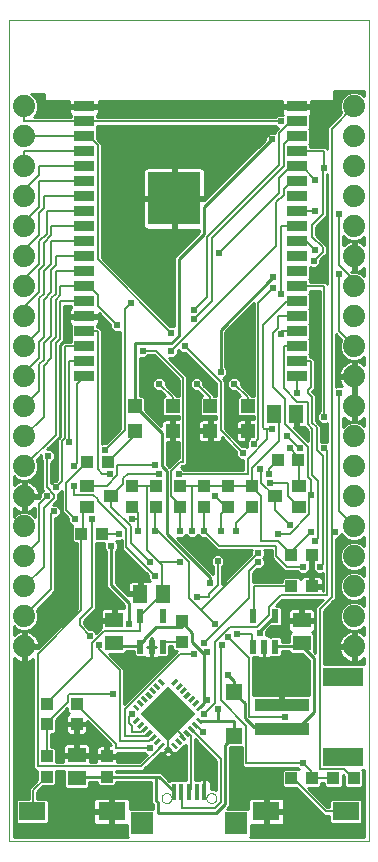
<source format=gtl>
G75*
%MOIN*%
%OFA0B0*%
%FSLAX24Y24*%
%IPPOS*%
%LPD*%
%AMOC8*
5,1,8,0,0,1.08239X$1,22.5*
%
%ADD10C,0.0000*%
%ADD11R,0.0591X0.0512*%
%ADD12R,0.0433X0.0394*%
%ADD13R,0.0512X0.0591*%
%ADD14R,0.0217X0.0472*%
%ADD15R,0.0551X0.0551*%
%ADD16R,0.1811X0.0394*%
%ADD17R,0.1339X0.0630*%
%ADD18R,0.0394X0.0433*%
%ADD19R,0.0472X0.0472*%
%ADD20R,0.0236X0.0118*%
%ADD21R,0.1299X0.1299*%
%ADD22R,0.0171X0.0171*%
%ADD23R,0.0450X0.0400*%
%ADD24R,0.0669X0.0354*%
%ADD25R,0.1772X0.1772*%
%ADD26C,0.0740*%
%ADD27R,0.0906X0.0630*%
%ADD28R,0.0157X0.0551*%
%ADD29R,0.0748X0.0748*%
%ADD30C,0.0100*%
%ADD31C,0.0060*%
%ADD32C,0.0240*%
D10*
X002071Y000400D02*
X002071Y027770D01*
X014063Y027770D01*
X014063Y000400D01*
X002071Y000400D01*
X007156Y001846D02*
X007158Y001871D01*
X007164Y001896D01*
X007173Y001920D01*
X007186Y001942D01*
X007203Y001962D01*
X007222Y001979D01*
X007243Y001993D01*
X007267Y002003D01*
X007291Y002010D01*
X007317Y002013D01*
X007342Y002012D01*
X007367Y002007D01*
X007391Y001998D01*
X007414Y001986D01*
X007434Y001971D01*
X007452Y001952D01*
X007467Y001931D01*
X007478Y001908D01*
X007486Y001884D01*
X007490Y001859D01*
X007490Y001833D01*
X007486Y001808D01*
X007478Y001784D01*
X007467Y001761D01*
X007452Y001740D01*
X007434Y001721D01*
X007414Y001706D01*
X007391Y001694D01*
X007367Y001685D01*
X007342Y001680D01*
X007317Y001679D01*
X007291Y001682D01*
X007267Y001689D01*
X007243Y001699D01*
X007222Y001713D01*
X007203Y001730D01*
X007186Y001750D01*
X007173Y001772D01*
X007164Y001796D01*
X007158Y001821D01*
X007156Y001846D01*
X008652Y001846D02*
X008654Y001871D01*
X008660Y001896D01*
X008669Y001920D01*
X008682Y001942D01*
X008699Y001962D01*
X008718Y001979D01*
X008739Y001993D01*
X008763Y002003D01*
X008787Y002010D01*
X008813Y002013D01*
X008838Y002012D01*
X008863Y002007D01*
X008887Y001998D01*
X008910Y001986D01*
X008930Y001971D01*
X008948Y001952D01*
X008963Y001931D01*
X008974Y001908D01*
X008982Y001884D01*
X008986Y001859D01*
X008986Y001833D01*
X008982Y001808D01*
X008974Y001784D01*
X008963Y001761D01*
X008948Y001740D01*
X008930Y001721D01*
X008910Y001706D01*
X008887Y001694D01*
X008863Y001685D01*
X008838Y001680D01*
X008813Y001679D01*
X008787Y001682D01*
X008763Y001689D01*
X008739Y001699D01*
X008718Y001713D01*
X008699Y001730D01*
X008682Y001750D01*
X008669Y001772D01*
X008660Y001796D01*
X008654Y001821D01*
X008652Y001846D01*
D11*
X005571Y007026D03*
X005571Y007774D03*
X004321Y003274D03*
X004321Y002526D03*
X011821Y007026D03*
X011821Y007774D03*
D12*
X012155Y008900D03*
X011486Y008900D03*
X011486Y009950D03*
X012155Y009950D03*
X011705Y013100D03*
X011036Y013100D03*
X005355Y013050D03*
X004686Y013050D03*
X004486Y010650D03*
X005155Y010650D03*
X011486Y002500D03*
X012155Y002500D03*
X012886Y002500D03*
X013555Y002500D03*
D13*
X007195Y008650D03*
X006447Y008650D03*
X010897Y014650D03*
X011645Y014650D03*
D14*
X010945Y007912D03*
X010197Y007912D03*
X010197Y006888D03*
X010571Y006888D03*
X010945Y006888D03*
X007195Y006888D03*
X006821Y006888D03*
X006447Y006888D03*
X006447Y007912D03*
X007195Y007912D03*
D15*
X009571Y005378D03*
X009571Y003922D03*
D16*
X011164Y004156D03*
X011164Y004944D03*
D17*
X013211Y005889D03*
X013211Y003211D03*
D18*
X010171Y011565D03*
X010171Y012235D03*
X009371Y012235D03*
X009371Y011565D03*
X008571Y011565D03*
X008571Y012235D03*
X007771Y012235D03*
X007771Y011565D03*
X006971Y011565D03*
X006971Y012235D03*
X006171Y012235D03*
X006171Y011565D03*
X007821Y007735D03*
X007821Y007065D03*
X005321Y003235D03*
X005321Y002565D03*
X004321Y004315D03*
X004321Y004985D03*
X003321Y004985D03*
X003321Y004315D03*
X003321Y003235D03*
X003321Y002565D03*
D19*
X006271Y014087D03*
X006271Y014913D03*
X007521Y014913D03*
X007521Y014087D03*
X008771Y014087D03*
X008771Y014913D03*
X010021Y014913D03*
X010021Y014087D03*
D20*
G36*
X007468Y005667D02*
X007634Y005833D01*
X007718Y005749D01*
X007552Y005583D01*
X007468Y005667D01*
G37*
G36*
X007608Y005528D02*
X007774Y005694D01*
X007858Y005610D01*
X007692Y005444D01*
X007608Y005528D01*
G37*
G36*
X007747Y005388D02*
X007913Y005554D01*
X007997Y005470D01*
X007831Y005304D01*
X007747Y005388D01*
G37*
G36*
X007886Y005249D02*
X008052Y005415D01*
X008136Y005331D01*
X007970Y005165D01*
X007886Y005249D01*
G37*
G36*
X008025Y005110D02*
X008191Y005276D01*
X008275Y005192D01*
X008109Y005026D01*
X008025Y005110D01*
G37*
G36*
X008164Y004971D02*
X008330Y005137D01*
X008414Y005053D01*
X008248Y004887D01*
X008164Y004971D01*
G37*
G36*
X008303Y004832D02*
X008469Y004998D01*
X008553Y004914D01*
X008387Y004748D01*
X008303Y004832D01*
G37*
G36*
X008387Y004552D02*
X008553Y004386D01*
X008469Y004302D01*
X008303Y004468D01*
X008387Y004552D01*
G37*
G36*
X008248Y004413D02*
X008414Y004247D01*
X008330Y004163D01*
X008164Y004329D01*
X008248Y004413D01*
G37*
G36*
X008109Y004274D02*
X008275Y004108D01*
X008191Y004024D01*
X008025Y004190D01*
X008109Y004274D01*
G37*
G36*
X007970Y004135D02*
X008136Y003969D01*
X008052Y003885D01*
X007886Y004051D01*
X007970Y004135D01*
G37*
G36*
X007831Y003996D02*
X007997Y003830D01*
X007913Y003746D01*
X007747Y003912D01*
X007831Y003996D01*
G37*
G36*
X007692Y003856D02*
X007858Y003690D01*
X007774Y003606D01*
X007608Y003772D01*
X007692Y003856D01*
G37*
G36*
X007552Y003717D02*
X007718Y003551D01*
X007634Y003467D01*
X007468Y003633D01*
X007552Y003717D01*
G37*
G36*
X007273Y003633D02*
X007107Y003467D01*
X007023Y003551D01*
X007189Y003717D01*
X007273Y003633D01*
G37*
G36*
X007134Y003772D02*
X006968Y003606D01*
X006884Y003690D01*
X007050Y003856D01*
X007134Y003772D01*
G37*
G36*
X006995Y003912D02*
X006829Y003746D01*
X006745Y003830D01*
X006911Y003996D01*
X006995Y003912D01*
G37*
G36*
X006855Y004051D02*
X006689Y003885D01*
X006605Y003969D01*
X006771Y004135D01*
X006855Y004051D01*
G37*
G36*
X006716Y004190D02*
X006550Y004024D01*
X006466Y004108D01*
X006632Y004274D01*
X006716Y004190D01*
G37*
G36*
X006577Y004329D02*
X006411Y004163D01*
X006327Y004247D01*
X006493Y004413D01*
X006577Y004329D01*
G37*
G36*
X006438Y004468D02*
X006272Y004302D01*
X006188Y004386D01*
X006354Y004552D01*
X006438Y004468D01*
G37*
G36*
X006354Y004748D02*
X006188Y004914D01*
X006272Y004998D01*
X006438Y004832D01*
X006354Y004748D01*
G37*
G36*
X006493Y004887D02*
X006327Y005053D01*
X006411Y005137D01*
X006577Y004971D01*
X006493Y004887D01*
G37*
G36*
X006632Y005026D02*
X006466Y005192D01*
X006550Y005276D01*
X006716Y005110D01*
X006632Y005026D01*
G37*
G36*
X006771Y005165D02*
X006605Y005331D01*
X006689Y005415D01*
X006855Y005249D01*
X006771Y005165D01*
G37*
G36*
X006911Y005304D02*
X006745Y005470D01*
X006829Y005554D01*
X006995Y005388D01*
X006911Y005304D01*
G37*
G36*
X007050Y005444D02*
X006884Y005610D01*
X006968Y005694D01*
X007134Y005528D01*
X007050Y005444D01*
G37*
G36*
X007189Y005583D02*
X007023Y005749D01*
X007107Y005833D01*
X007273Y005667D01*
X007189Y005583D01*
G37*
D21*
G36*
X007371Y005567D02*
X008288Y004650D01*
X007371Y003733D01*
X006454Y004650D01*
X007371Y005567D01*
G37*
D22*
G36*
X007371Y003599D02*
X007491Y003479D01*
X007371Y003359D01*
X007251Y003479D01*
X007371Y003599D01*
G37*
D23*
X004671Y011550D03*
X004671Y012250D03*
X005471Y011900D03*
X010921Y011900D03*
X011721Y011550D03*
X011721Y012250D03*
D24*
X011657Y015900D03*
X011657Y016400D03*
X011657Y016900D03*
X011657Y017400D03*
X011657Y017900D03*
X011657Y018400D03*
X011657Y018900D03*
X011657Y019400D03*
X011657Y019900D03*
X011657Y020400D03*
X011657Y020900D03*
X011657Y021400D03*
X011657Y021900D03*
X011657Y022400D03*
X011657Y022900D03*
X011657Y023400D03*
X011657Y023900D03*
X011657Y024400D03*
X011657Y024900D03*
X004571Y024900D03*
X004571Y024400D03*
X004571Y023900D03*
X004571Y023400D03*
X004571Y022900D03*
X004571Y022400D03*
X004571Y021900D03*
X004571Y021400D03*
X004571Y020900D03*
X004571Y020400D03*
X004571Y019900D03*
X004571Y019400D03*
X004571Y018900D03*
X004571Y018400D03*
X004571Y017900D03*
X004571Y017400D03*
X004571Y016900D03*
X004571Y016400D03*
X004571Y015900D03*
D25*
X007571Y021833D03*
D26*
X002571Y021900D03*
X002571Y020900D03*
X002571Y019900D03*
X002571Y018900D03*
X002571Y017900D03*
X002571Y016900D03*
X002571Y015900D03*
X002571Y014900D03*
X002571Y013900D03*
X002571Y012900D03*
X002571Y011900D03*
X002571Y010900D03*
X002571Y009900D03*
X002571Y008900D03*
X002571Y007900D03*
X002571Y006900D03*
X002571Y022900D03*
X002571Y023900D03*
X002571Y024900D03*
X013571Y024900D03*
X013571Y023900D03*
X013571Y022900D03*
X013571Y021900D03*
X013571Y020900D03*
X013571Y019900D03*
X013571Y018900D03*
X013571Y017900D03*
X013571Y016900D03*
X013571Y015900D03*
X013571Y014900D03*
X013571Y013900D03*
X013571Y012900D03*
X013571Y011900D03*
X013571Y010900D03*
X013571Y009900D03*
X013571Y008900D03*
X013571Y007900D03*
X013571Y006900D03*
D27*
X013290Y001400D03*
X010652Y001400D03*
X005490Y001400D03*
X002852Y001400D03*
D28*
X007559Y002063D03*
X007815Y002063D03*
X008071Y002063D03*
X008327Y002063D03*
X008582Y002063D03*
D29*
X009645Y001000D03*
X006496Y001000D03*
D30*
X006861Y001484D02*
X006092Y001484D01*
X006092Y001735D01*
X006082Y001773D01*
X006062Y001807D01*
X006034Y001835D01*
X006000Y001855D01*
X005962Y001865D01*
X005539Y001865D01*
X005539Y001450D01*
X005440Y001450D01*
X005440Y001865D01*
X005017Y001865D01*
X004979Y001855D01*
X004945Y001835D01*
X004917Y001807D01*
X004897Y001773D01*
X004887Y001735D01*
X004887Y001450D01*
X005439Y001450D01*
X005439Y001350D01*
X004887Y001350D01*
X004887Y001065D01*
X004897Y001027D01*
X004917Y000993D01*
X004945Y000965D01*
X004979Y000945D01*
X005017Y000935D01*
X005440Y000935D01*
X005440Y001350D01*
X005539Y001350D01*
X005539Y000935D01*
X005962Y000935D01*
X006000Y000945D01*
X006012Y000952D01*
X006012Y000580D01*
X006042Y000550D01*
X002221Y000550D01*
X002221Y006515D01*
X002232Y006503D01*
X002298Y006455D01*
X002371Y006418D01*
X002449Y006393D01*
X002521Y006381D01*
X002521Y006850D01*
X002621Y006850D01*
X002621Y006950D01*
X003089Y006950D01*
X003078Y007022D01*
X003053Y007100D01*
X003015Y007173D01*
X002967Y007239D01*
X002909Y007297D01*
X002843Y007345D01*
X002770Y007382D01*
X002692Y007407D01*
X002621Y007419D01*
X002621Y006950D01*
X002521Y006950D01*
X002521Y007419D01*
X002449Y007407D01*
X002371Y007382D01*
X002298Y007345D01*
X002232Y007297D01*
X002221Y007285D01*
X002221Y007571D01*
X002299Y007493D01*
X002475Y007420D01*
X002666Y007420D01*
X002843Y007493D01*
X002978Y007628D01*
X003051Y007805D01*
X003051Y007995D01*
X002996Y008127D01*
X003611Y008742D01*
X003611Y011170D01*
X003666Y011170D01*
X003801Y011305D01*
X003801Y011495D01*
X003666Y011630D01*
X003549Y011630D01*
X003711Y011792D01*
X003711Y011970D01*
X003716Y011970D01*
X003831Y012085D01*
X003831Y011508D01*
X003831Y011392D01*
X004041Y011182D01*
X004041Y011055D01*
X004175Y010920D01*
X004187Y010920D01*
X004159Y010892D01*
X004159Y010408D01*
X004224Y010343D01*
X004331Y010343D01*
X004331Y008158D01*
X003023Y006850D01*
X002621Y006850D01*
X002621Y006381D01*
X002692Y006393D01*
X002770Y006418D01*
X002843Y006455D01*
X002881Y006482D01*
X002881Y002842D01*
X002963Y002760D01*
X003014Y002760D01*
X003014Y002441D01*
X002813Y002240D01*
X002731Y002158D01*
X002731Y001825D01*
X002353Y001825D01*
X002289Y001761D01*
X002289Y001039D01*
X002353Y000975D01*
X003350Y000975D01*
X003414Y001039D01*
X003414Y001761D01*
X003350Y001825D01*
X003011Y001825D01*
X003011Y002042D01*
X003207Y002239D01*
X003563Y002239D01*
X003627Y002303D01*
X003627Y002760D01*
X003915Y002760D01*
X003915Y002225D01*
X003980Y002160D01*
X004661Y002160D01*
X004726Y002225D01*
X004726Y002390D01*
X005014Y002390D01*
X005014Y002303D01*
X005078Y002239D01*
X005563Y002239D01*
X005627Y002303D01*
X005627Y002390D01*
X006811Y002390D01*
X006811Y001684D01*
X006861Y001634D01*
X006861Y001484D01*
X006861Y001582D02*
X006092Y001582D01*
X006092Y001681D02*
X006814Y001681D01*
X006811Y001779D02*
X006078Y001779D01*
X005539Y001779D02*
X005440Y001779D01*
X005440Y001681D02*
X005539Y001681D01*
X005539Y001582D02*
X005440Y001582D01*
X005440Y001484D02*
X005539Y001484D01*
X005439Y001385D02*
X003414Y001385D01*
X003414Y001287D02*
X004887Y001287D01*
X004887Y001188D02*
X003414Y001188D01*
X003414Y001090D02*
X004887Y001090D01*
X004919Y000991D02*
X003366Y000991D01*
X003414Y001484D02*
X004887Y001484D01*
X004887Y001582D02*
X003414Y001582D01*
X003414Y001681D02*
X004887Y001681D01*
X004901Y001779D02*
X003396Y001779D01*
X003142Y002173D02*
X003967Y002173D01*
X003915Y002272D02*
X003596Y002272D01*
X003627Y002370D02*
X003915Y002370D01*
X003915Y002469D02*
X003627Y002469D01*
X003627Y002567D02*
X003915Y002567D01*
X003915Y002666D02*
X003627Y002666D01*
X003627Y003040D02*
X003627Y003497D01*
X003563Y003561D01*
X003461Y003561D01*
X003461Y003989D01*
X003563Y003989D01*
X003627Y004053D01*
X003627Y004459D01*
X004014Y004845D01*
X004014Y004723D01*
X004065Y004671D01*
X004032Y004652D01*
X004004Y004624D01*
X003984Y004590D01*
X003974Y004552D01*
X003974Y004364D01*
X004272Y004364D01*
X004272Y004267D01*
X003974Y004267D01*
X003974Y004079D01*
X003984Y004041D01*
X004004Y004007D01*
X004032Y003979D01*
X004066Y003959D01*
X004104Y003949D01*
X004272Y003949D01*
X004272Y004267D01*
X004369Y004267D01*
X004369Y004364D01*
X004667Y004364D01*
X004667Y004405D01*
X005471Y003601D01*
X005369Y003601D01*
X005369Y003283D01*
X005667Y003283D01*
X005667Y003360D01*
X006585Y003360D01*
X006659Y003286D01*
X006413Y003040D01*
X005667Y003040D01*
X005667Y003186D01*
X005369Y003186D01*
X005369Y003283D01*
X005272Y003283D01*
X005272Y003186D01*
X004974Y003186D01*
X004974Y003040D01*
X004766Y003040D01*
X004766Y003224D01*
X004371Y003224D01*
X004371Y003324D01*
X004766Y003324D01*
X004766Y003550D01*
X004756Y003588D01*
X004736Y003622D01*
X004708Y003650D01*
X004674Y003670D01*
X004636Y003680D01*
X004371Y003680D01*
X004371Y003324D01*
X004271Y003324D01*
X004271Y003680D01*
X004006Y003680D01*
X003967Y003670D01*
X003933Y003650D01*
X003905Y003622D01*
X003886Y003588D01*
X003875Y003550D01*
X003875Y003324D01*
X004271Y003324D01*
X004271Y003224D01*
X003875Y003224D01*
X003875Y003040D01*
X003627Y003040D01*
X003627Y003060D02*
X003875Y003060D01*
X003875Y003158D02*
X003627Y003158D01*
X003627Y003257D02*
X004271Y003257D01*
X004271Y003355D02*
X004371Y003355D01*
X004371Y003257D02*
X005272Y003257D01*
X005272Y003283D02*
X004974Y003283D01*
X004974Y003471D01*
X004984Y003509D01*
X005004Y003543D01*
X005032Y003571D01*
X005066Y003591D01*
X005104Y003601D01*
X005272Y003601D01*
X005272Y003283D01*
X005272Y003355D02*
X005369Y003355D01*
X005369Y003257D02*
X006629Y003257D01*
X006590Y003355D02*
X005667Y003355D01*
X005667Y003158D02*
X006531Y003158D01*
X006432Y003060D02*
X005667Y003060D01*
X005627Y002760D02*
X006529Y002760D01*
X006611Y002842D01*
X007125Y003357D01*
X007152Y003357D01*
X007156Y003361D01*
X007204Y003313D01*
X007371Y003479D01*
X007537Y003313D01*
X007585Y003361D01*
X007590Y003357D01*
X007681Y003357D01*
X007820Y003496D01*
X007919Y003595D01*
X007933Y003595D01*
X007971Y003605D01*
X007981Y003611D01*
X007981Y002449D01*
X007946Y002449D01*
X007943Y002445D01*
X007939Y002449D01*
X007690Y002449D01*
X007687Y002445D01*
X007683Y002449D01*
X007434Y002449D01*
X007416Y002430D01*
X007137Y002710D01*
X005627Y002710D01*
X005627Y002760D01*
X005627Y002370D02*
X006811Y002370D01*
X006811Y002272D02*
X005596Y002272D01*
X005321Y002550D02*
X005321Y002565D01*
X005321Y002550D02*
X006971Y002550D01*
X006971Y001750D01*
X007021Y001700D01*
X007021Y001350D01*
X008971Y001350D01*
X009271Y001650D01*
X009271Y003600D01*
X009571Y003900D01*
X009571Y003922D01*
X009571Y004400D01*
X009021Y004400D01*
X009021Y004800D01*
X009021Y004400D02*
X008471Y004400D01*
X008428Y004427D01*
X008428Y004873D02*
X008471Y004900D01*
X008571Y005000D01*
X008571Y005100D01*
X008671Y005100D01*
X008571Y005100D02*
X008571Y006650D01*
X008546Y006675D01*
X008571Y006700D01*
X008671Y006700D01*
X008546Y006675D02*
X008171Y007050D01*
X008171Y007350D01*
X007821Y007700D01*
X007821Y007735D01*
X007821Y007550D01*
X006971Y007550D01*
X006571Y007150D01*
X006571Y007100D01*
X006421Y006950D01*
X006447Y006888D01*
X006421Y006900D01*
X005571Y006900D01*
X005571Y007026D01*
X005409Y006660D02*
X005911Y006660D01*
X005976Y006725D01*
X005976Y006740D01*
X006228Y006740D01*
X006228Y006606D01*
X006293Y006542D01*
X006600Y006542D01*
X006605Y006547D01*
X006620Y006532D01*
X006654Y006512D01*
X006693Y006502D01*
X006816Y006502D01*
X006816Y006884D01*
X006665Y006884D01*
X006665Y006892D01*
X006816Y006892D01*
X006816Y006884D01*
X006825Y006884D01*
X006976Y006884D01*
X006976Y006892D01*
X006825Y006892D01*
X006825Y006884D01*
X006825Y006502D01*
X006949Y006502D01*
X006987Y006512D01*
X007021Y006532D01*
X007036Y006547D01*
X007041Y006542D01*
X007348Y006542D01*
X007413Y006606D01*
X007413Y006910D01*
X007514Y006910D01*
X007514Y006803D01*
X007578Y006739D01*
X007661Y006739D01*
X007631Y006708D01*
X005911Y004988D01*
X005911Y006158D01*
X005409Y006660D01*
X005463Y006606D02*
X006229Y006606D01*
X006228Y006704D02*
X005955Y006704D01*
X005660Y006409D02*
X007331Y006409D01*
X007430Y006507D02*
X006968Y006507D01*
X006825Y006507D02*
X006816Y006507D01*
X006816Y006606D02*
X006825Y006606D01*
X006816Y006704D02*
X006825Y006704D01*
X006816Y006803D02*
X006825Y006803D01*
X006825Y006892D02*
X006825Y007178D01*
X006816Y007170D01*
X006816Y006892D01*
X006825Y006892D01*
X006825Y006901D02*
X006816Y006901D01*
X006816Y007000D02*
X006825Y007000D01*
X006816Y007098D02*
X006825Y007098D01*
X006674Y006507D02*
X005562Y006507D01*
X005759Y006310D02*
X007233Y006310D01*
X007134Y006212D02*
X005857Y006212D01*
X005911Y006113D02*
X007036Y006113D01*
X006937Y006015D02*
X005911Y006015D01*
X005911Y005916D02*
X006839Y005916D01*
X006740Y005818D02*
X005911Y005818D01*
X005911Y005719D02*
X006642Y005719D01*
X006543Y005621D02*
X005911Y005621D01*
X005911Y005522D02*
X006445Y005522D01*
X006346Y005424D02*
X005911Y005424D01*
X005911Y005325D02*
X006248Y005325D01*
X006149Y005227D02*
X005911Y005227D01*
X005911Y005128D02*
X006051Y005128D01*
X005952Y005030D02*
X005911Y005030D01*
X005028Y004045D02*
X004658Y004045D01*
X004657Y004041D02*
X004667Y004079D01*
X004667Y004267D01*
X004369Y004267D01*
X004369Y003949D01*
X004537Y003949D01*
X004575Y003959D01*
X004610Y003979D01*
X004637Y004007D01*
X004657Y004041D01*
X004667Y004143D02*
X004930Y004143D01*
X004831Y004242D02*
X004667Y004242D01*
X004733Y004340D02*
X004369Y004340D01*
X004272Y004340D02*
X003627Y004340D01*
X003627Y004242D02*
X003974Y004242D01*
X003974Y004143D02*
X003627Y004143D01*
X003619Y004045D02*
X003983Y004045D01*
X003974Y004439D02*
X003627Y004439D01*
X003706Y004537D02*
X003974Y004537D01*
X004015Y004636D02*
X003804Y004636D01*
X003903Y004734D02*
X004014Y004734D01*
X004001Y004833D02*
X004014Y004833D01*
X004272Y004242D02*
X004369Y004242D01*
X004369Y004143D02*
X004272Y004143D01*
X004272Y004045D02*
X004369Y004045D01*
X004371Y003651D02*
X004271Y003651D01*
X004271Y003552D02*
X004371Y003552D01*
X004371Y003454D02*
X004271Y003454D01*
X003934Y003651D02*
X003461Y003651D01*
X003461Y003749D02*
X005324Y003749D01*
X005422Y003651D02*
X004707Y003651D01*
X004765Y003552D02*
X005012Y003552D01*
X004974Y003454D02*
X004766Y003454D01*
X004766Y003355D02*
X004974Y003355D01*
X004974Y003158D02*
X004766Y003158D01*
X004766Y003060D02*
X004974Y003060D01*
X005272Y003454D02*
X005369Y003454D01*
X005369Y003552D02*
X005272Y003552D01*
X005225Y003848D02*
X003461Y003848D01*
X003461Y003946D02*
X005127Y003946D01*
X005321Y002550D02*
X004321Y002550D01*
X004321Y002526D01*
X004674Y002173D02*
X006811Y002173D01*
X006811Y002075D02*
X003043Y002075D01*
X003011Y001976D02*
X006811Y001976D01*
X006811Y001878D02*
X003011Y001878D01*
X002746Y002173D02*
X002221Y002173D01*
X002221Y002075D02*
X002731Y002075D01*
X002731Y001976D02*
X002221Y001976D01*
X002221Y001878D02*
X002731Y001878D01*
X002844Y002272D02*
X002221Y002272D01*
X002221Y002370D02*
X002943Y002370D01*
X003014Y002469D02*
X002221Y002469D01*
X002221Y002567D02*
X003014Y002567D01*
X003014Y002666D02*
X002221Y002666D01*
X002221Y002764D02*
X002959Y002764D01*
X002881Y002863D02*
X002221Y002863D01*
X002221Y002961D02*
X002881Y002961D01*
X002881Y003060D02*
X002221Y003060D01*
X002221Y003158D02*
X002881Y003158D01*
X002881Y003257D02*
X002221Y003257D01*
X002221Y003355D02*
X002881Y003355D01*
X002881Y003454D02*
X002221Y003454D01*
X002221Y003552D02*
X002881Y003552D01*
X002881Y003651D02*
X002221Y003651D01*
X002221Y003749D02*
X002881Y003749D01*
X002881Y003848D02*
X002221Y003848D01*
X002221Y003946D02*
X002881Y003946D01*
X002881Y004045D02*
X002221Y004045D01*
X002221Y004143D02*
X002881Y004143D01*
X002881Y004242D02*
X002221Y004242D01*
X002221Y004340D02*
X002881Y004340D01*
X002881Y004439D02*
X002221Y004439D01*
X002221Y004537D02*
X002881Y004537D01*
X002881Y004636D02*
X002221Y004636D01*
X002221Y004734D02*
X002881Y004734D01*
X002881Y004833D02*
X002221Y004833D01*
X002221Y004931D02*
X002881Y004931D01*
X002881Y005030D02*
X002221Y005030D01*
X002221Y005128D02*
X002881Y005128D01*
X002881Y005227D02*
X002221Y005227D01*
X002221Y005325D02*
X002881Y005325D01*
X002881Y005424D02*
X002221Y005424D01*
X002221Y005522D02*
X002881Y005522D01*
X002881Y005621D02*
X002221Y005621D01*
X002221Y005719D02*
X002881Y005719D01*
X002881Y005818D02*
X002221Y005818D01*
X002221Y005916D02*
X002881Y005916D01*
X002881Y006015D02*
X002221Y006015D01*
X002221Y006113D02*
X002881Y006113D01*
X002881Y006212D02*
X002221Y006212D01*
X002221Y006310D02*
X002881Y006310D01*
X002881Y006409D02*
X002741Y006409D01*
X002621Y006409D02*
X002521Y006409D01*
X002521Y006507D02*
X002621Y006507D01*
X002621Y006606D02*
X002521Y006606D01*
X002521Y006704D02*
X002621Y006704D01*
X002621Y006803D02*
X002521Y006803D01*
X002621Y006901D02*
X003074Y006901D01*
X003081Y007000D02*
X003172Y007000D01*
X003271Y007098D02*
X003053Y007098D01*
X002998Y007197D02*
X003369Y007197D01*
X003468Y007295D02*
X002911Y007295D01*
X002840Y007492D02*
X003665Y007492D01*
X003763Y007591D02*
X002940Y007591D01*
X003003Y007689D02*
X003862Y007689D01*
X003960Y007788D02*
X003044Y007788D01*
X003051Y007886D02*
X004059Y007886D01*
X004157Y007985D02*
X003051Y007985D01*
X003014Y008083D02*
X004256Y008083D01*
X004331Y008182D02*
X003050Y008182D01*
X003149Y008280D02*
X004331Y008280D01*
X004331Y008379D02*
X003247Y008379D01*
X003346Y008477D02*
X004331Y008477D01*
X004331Y008576D02*
X003444Y008576D01*
X003543Y008674D02*
X004331Y008674D01*
X004331Y008773D02*
X003611Y008773D01*
X003611Y008871D02*
X004331Y008871D01*
X004331Y008970D02*
X003611Y008970D01*
X003611Y009068D02*
X004331Y009068D01*
X004331Y009167D02*
X003611Y009167D01*
X003611Y009265D02*
X004331Y009265D01*
X004331Y009364D02*
X003611Y009364D01*
X003611Y009462D02*
X004331Y009462D01*
X004331Y009561D02*
X003611Y009561D01*
X003611Y009659D02*
X004331Y009659D01*
X004331Y009758D02*
X003611Y009758D01*
X003611Y009856D02*
X004331Y009856D01*
X004331Y009955D02*
X003611Y009955D01*
X003611Y010053D02*
X004331Y010053D01*
X004331Y010152D02*
X003611Y010152D01*
X003611Y010250D02*
X004331Y010250D01*
X004218Y010349D02*
X003611Y010349D01*
X003611Y010447D02*
X004159Y010447D01*
X004159Y010546D02*
X003611Y010546D01*
X003611Y010644D02*
X004159Y010644D01*
X004159Y010743D02*
X003611Y010743D01*
X003611Y010841D02*
X004159Y010841D01*
X004156Y010940D02*
X003611Y010940D01*
X003611Y011038D02*
X004057Y011038D01*
X004041Y011137D02*
X003611Y011137D01*
X003731Y011235D02*
X003988Y011235D01*
X003889Y011334D02*
X003801Y011334D01*
X003801Y011432D02*
X003831Y011432D01*
X003831Y011531D02*
X003765Y011531D01*
X003831Y011629D02*
X003667Y011629D01*
X003646Y011728D02*
X003831Y011728D01*
X003831Y011826D02*
X003711Y011826D01*
X003711Y011925D02*
X003831Y011925D01*
X003831Y012023D02*
X003769Y012023D01*
X003653Y012430D02*
X003525Y012430D01*
X003461Y012365D01*
X003461Y013020D01*
X003466Y013020D01*
X003601Y013155D01*
X003601Y013345D01*
X003466Y013480D01*
X003349Y013480D01*
X003761Y013892D01*
X003761Y016942D01*
X003911Y017092D01*
X003911Y018260D01*
X004126Y018260D01*
X004126Y018179D01*
X004116Y018169D01*
X004096Y018135D01*
X004086Y018097D01*
X004086Y017939D01*
X004532Y017939D01*
X004532Y017861D01*
X004086Y017861D01*
X004086Y017703D01*
X004096Y017665D01*
X004116Y017631D01*
X004126Y017621D01*
X004126Y017177D01*
X004153Y017150D01*
X004126Y017123D01*
X004126Y017040D01*
X003863Y017040D01*
X003781Y016958D01*
X003781Y013908D01*
X003763Y013890D01*
X003681Y013808D01*
X003681Y012458D01*
X003653Y012430D01*
X003681Y012516D02*
X003461Y012516D01*
X003461Y012614D02*
X003681Y012614D01*
X003681Y012713D02*
X003461Y012713D01*
X003461Y012811D02*
X003681Y012811D01*
X003681Y012910D02*
X003461Y012910D01*
X003461Y013008D02*
X003681Y013008D01*
X003681Y013107D02*
X003552Y013107D01*
X003601Y013205D02*
X003681Y013205D01*
X003681Y013304D02*
X003601Y013304D01*
X003544Y013402D02*
X003681Y013402D01*
X003681Y013501D02*
X003369Y013501D01*
X003468Y013599D02*
X003681Y013599D01*
X003681Y013698D02*
X003566Y013698D01*
X003665Y013796D02*
X003681Y013796D01*
X003761Y013895D02*
X003767Y013895D01*
X003761Y013993D02*
X003781Y013993D01*
X003781Y014092D02*
X003761Y014092D01*
X003761Y014190D02*
X003781Y014190D01*
X003781Y014289D02*
X003761Y014289D01*
X003761Y014387D02*
X003781Y014387D01*
X003781Y014486D02*
X003761Y014486D01*
X003761Y014584D02*
X003781Y014584D01*
X003781Y014683D02*
X003761Y014683D01*
X003761Y014781D02*
X003781Y014781D01*
X003781Y014880D02*
X003761Y014880D01*
X003761Y014978D02*
X003781Y014978D01*
X003781Y015077D02*
X003761Y015077D01*
X003761Y015175D02*
X003781Y015175D01*
X003781Y015274D02*
X003761Y015274D01*
X003761Y015372D02*
X003781Y015372D01*
X003781Y015471D02*
X003761Y015471D01*
X003761Y015569D02*
X003781Y015569D01*
X003781Y015668D02*
X003761Y015668D01*
X003761Y015766D02*
X003781Y015766D01*
X003781Y015865D02*
X003761Y015865D01*
X003761Y015963D02*
X003781Y015963D01*
X003781Y016062D02*
X003761Y016062D01*
X003761Y016160D02*
X003781Y016160D01*
X003781Y016259D02*
X003761Y016259D01*
X003761Y016357D02*
X003781Y016357D01*
X003781Y016456D02*
X003761Y016456D01*
X003761Y016554D02*
X003781Y016554D01*
X003781Y016653D02*
X003761Y016653D01*
X003761Y016751D02*
X003781Y016751D01*
X003781Y016850D02*
X003761Y016850D01*
X003767Y016948D02*
X003781Y016948D01*
X003865Y017047D02*
X004126Y017047D01*
X004148Y017145D02*
X003911Y017145D01*
X003911Y017244D02*
X004126Y017244D01*
X004126Y017342D02*
X003911Y017342D01*
X003911Y017441D02*
X004126Y017441D01*
X004126Y017539D02*
X003911Y017539D01*
X003911Y017638D02*
X004112Y017638D01*
X004086Y017736D02*
X003911Y017736D01*
X003911Y017835D02*
X004086Y017835D01*
X004086Y018032D02*
X003911Y018032D01*
X003911Y018130D02*
X004095Y018130D01*
X004126Y018229D02*
X003911Y018229D01*
X003911Y017933D02*
X004532Y017933D01*
X004609Y017933D02*
X005140Y017933D01*
X005055Y017939D02*
X005055Y018017D01*
X005441Y017632D01*
X005441Y017505D01*
X005575Y017370D01*
X005766Y017370D01*
X005781Y017385D01*
X005781Y014158D01*
X005303Y013680D01*
X005175Y013680D01*
X005161Y013665D01*
X005161Y017458D01*
X005079Y017540D01*
X005015Y017540D01*
X005015Y017621D01*
X005025Y017631D01*
X005045Y017665D01*
X005055Y017703D01*
X005055Y017861D01*
X004609Y017861D01*
X004609Y017939D01*
X005055Y017939D01*
X005055Y017835D02*
X005238Y017835D01*
X005337Y017736D02*
X005055Y017736D01*
X005029Y017638D02*
X005435Y017638D01*
X005441Y017539D02*
X005080Y017539D01*
X005161Y017441D02*
X005505Y017441D01*
X005781Y017342D02*
X005161Y017342D01*
X005161Y017244D02*
X005781Y017244D01*
X005781Y017145D02*
X005161Y017145D01*
X005161Y017047D02*
X005781Y017047D01*
X005781Y016948D02*
X005161Y016948D01*
X005161Y016850D02*
X005781Y016850D01*
X005781Y016751D02*
X005161Y016751D01*
X005161Y016653D02*
X005781Y016653D01*
X005781Y016554D02*
X005161Y016554D01*
X005161Y016456D02*
X005781Y016456D01*
X005781Y016357D02*
X005161Y016357D01*
X005161Y016259D02*
X005781Y016259D01*
X005781Y016160D02*
X005161Y016160D01*
X005161Y016062D02*
X005781Y016062D01*
X005781Y015963D02*
X005161Y015963D01*
X005161Y015865D02*
X005781Y015865D01*
X005781Y015766D02*
X005161Y015766D01*
X005161Y015668D02*
X005781Y015668D01*
X005781Y015569D02*
X005161Y015569D01*
X005161Y015471D02*
X005781Y015471D01*
X005781Y015372D02*
X005161Y015372D01*
X005161Y015274D02*
X005781Y015274D01*
X005781Y015175D02*
X005161Y015175D01*
X005161Y015077D02*
X005781Y015077D01*
X005781Y014978D02*
X005161Y014978D01*
X005161Y014880D02*
X005781Y014880D01*
X005781Y014781D02*
X005161Y014781D01*
X005161Y014683D02*
X005781Y014683D01*
X005781Y014584D02*
X005161Y014584D01*
X005161Y014486D02*
X005781Y014486D01*
X005781Y014387D02*
X005161Y014387D01*
X005161Y014289D02*
X005781Y014289D01*
X005781Y014190D02*
X005161Y014190D01*
X005161Y014092D02*
X005714Y014092D01*
X005616Y013993D02*
X005161Y013993D01*
X005161Y013895D02*
X005517Y013895D01*
X005419Y013796D02*
X005161Y013796D01*
X005161Y013698D02*
X005320Y013698D01*
X006271Y014900D02*
X006271Y014913D01*
X006271Y017000D01*
X007471Y017000D01*
X007721Y017250D01*
X007721Y019800D01*
X008571Y020650D01*
X008571Y021550D01*
X010821Y023800D01*
X010931Y024015D02*
X010916Y024030D01*
X010725Y024030D01*
X010591Y023895D01*
X010591Y023796D01*
X008577Y021783D01*
X007621Y021783D01*
X007621Y021883D01*
X008606Y021883D01*
X008606Y022739D01*
X008596Y022777D01*
X008576Y022811D01*
X008549Y022839D01*
X008514Y022859D01*
X008476Y022869D01*
X007621Y022869D01*
X007621Y021883D01*
X007521Y021883D01*
X007521Y022869D01*
X006665Y022869D01*
X006627Y022859D01*
X006593Y022839D01*
X006565Y022811D01*
X006545Y022777D01*
X006535Y022739D01*
X006535Y021883D01*
X007521Y021883D01*
X007521Y021783D01*
X007621Y021783D01*
X007621Y020797D01*
X008411Y020797D01*
X008411Y020716D01*
X007654Y019960D01*
X007561Y019866D01*
X007561Y017580D01*
X007439Y017580D01*
X005161Y019858D01*
X005161Y023658D01*
X005015Y023803D01*
X005015Y024123D01*
X004988Y024150D01*
X005015Y024177D01*
X005015Y024260D01*
X010935Y024260D01*
X011025Y024170D01*
X011043Y024170D01*
X010931Y024058D01*
X010931Y024015D01*
X010931Y024040D02*
X005015Y024040D01*
X005015Y023942D02*
X010637Y023942D01*
X010591Y023843D02*
X005015Y023843D01*
X005074Y023745D02*
X010539Y023745D01*
X010440Y023646D02*
X005161Y023646D01*
X005161Y023548D02*
X010342Y023548D01*
X010243Y023449D02*
X005161Y023449D01*
X005161Y023351D02*
X010145Y023351D01*
X010046Y023252D02*
X005161Y023252D01*
X005161Y023154D02*
X009948Y023154D01*
X009849Y023055D02*
X005161Y023055D01*
X005161Y022957D02*
X009751Y022957D01*
X009652Y022858D02*
X008515Y022858D01*
X008601Y022760D02*
X009554Y022760D01*
X009455Y022661D02*
X008606Y022661D01*
X008606Y022563D02*
X009357Y022563D01*
X009258Y022464D02*
X008606Y022464D01*
X008606Y022366D02*
X009160Y022366D01*
X009061Y022267D02*
X008606Y022267D01*
X008606Y022169D02*
X008963Y022169D01*
X008864Y022070D02*
X008606Y022070D01*
X008606Y021972D02*
X008766Y021972D01*
X008667Y021873D02*
X007621Y021873D01*
X007621Y021775D02*
X007521Y021775D01*
X007521Y021783D02*
X007521Y020797D01*
X006665Y020797D01*
X006627Y020807D01*
X006593Y020827D01*
X006565Y020855D01*
X006545Y020889D01*
X006535Y020927D01*
X006535Y021783D01*
X007521Y021783D01*
X007521Y021873D02*
X005161Y021873D01*
X005161Y021775D02*
X006535Y021775D01*
X006535Y021676D02*
X005161Y021676D01*
X005161Y021578D02*
X006535Y021578D01*
X006535Y021479D02*
X005161Y021479D01*
X005161Y021381D02*
X006535Y021381D01*
X006535Y021282D02*
X005161Y021282D01*
X005161Y021184D02*
X006535Y021184D01*
X006535Y021085D02*
X005161Y021085D01*
X005161Y020987D02*
X006535Y020987D01*
X006546Y020888D02*
X005161Y020888D01*
X005161Y020790D02*
X008411Y020790D01*
X008385Y020691D02*
X005161Y020691D01*
X005161Y020593D02*
X008287Y020593D01*
X008188Y020494D02*
X005161Y020494D01*
X005161Y020396D02*
X008090Y020396D01*
X007991Y020297D02*
X005161Y020297D01*
X005161Y020199D02*
X007893Y020199D01*
X007794Y020100D02*
X005161Y020100D01*
X005161Y020002D02*
X007696Y020002D01*
X007597Y019903D02*
X005161Y019903D01*
X005214Y019805D02*
X007561Y019805D01*
X007561Y019706D02*
X005313Y019706D01*
X005411Y019608D02*
X007561Y019608D01*
X007561Y019509D02*
X005510Y019509D01*
X005608Y019411D02*
X007561Y019411D01*
X007561Y019312D02*
X005707Y019312D01*
X005805Y019214D02*
X007561Y019214D01*
X007561Y019115D02*
X005904Y019115D01*
X006002Y019017D02*
X007561Y019017D01*
X007561Y018918D02*
X006101Y018918D01*
X006199Y018820D02*
X007561Y018820D01*
X007561Y018721D02*
X006298Y018721D01*
X006396Y018623D02*
X007561Y018623D01*
X007561Y018524D02*
X006495Y018524D01*
X006593Y018426D02*
X007561Y018426D01*
X007561Y018327D02*
X006692Y018327D01*
X006790Y018229D02*
X007561Y018229D01*
X007561Y018130D02*
X006889Y018130D01*
X006987Y018032D02*
X007561Y018032D01*
X007561Y017933D02*
X007086Y017933D01*
X007184Y017835D02*
X007561Y017835D01*
X007561Y017736D02*
X007283Y017736D01*
X007381Y017638D02*
X007561Y017638D01*
X007707Y016788D02*
X007825Y016670D01*
X007953Y016670D01*
X008981Y015642D01*
X008981Y015260D01*
X008909Y015260D01*
X008829Y015340D01*
X008551Y015618D01*
X008551Y015745D01*
X008416Y015880D01*
X008225Y015880D01*
X008091Y015745D01*
X008091Y015555D01*
X008225Y015420D01*
X008353Y015420D01*
X008513Y015260D01*
X008489Y015260D01*
X008424Y015195D01*
X008424Y014632D01*
X008489Y014567D01*
X008981Y014567D01*
X008981Y014473D01*
X008821Y014473D01*
X008821Y014137D01*
X008721Y014137D01*
X008721Y014473D01*
X008515Y014473D01*
X008476Y014463D01*
X008442Y014443D01*
X008414Y014415D01*
X008395Y014381D01*
X008384Y014343D01*
X008384Y014137D01*
X008721Y014137D01*
X008721Y014037D01*
X008384Y014037D01*
X008384Y013831D01*
X008395Y013792D01*
X008414Y013758D01*
X008442Y013730D01*
X008476Y013711D01*
X008515Y013700D01*
X008721Y013700D01*
X008721Y014037D01*
X008821Y014037D01*
X008821Y013700D01*
X009027Y013700D01*
X009065Y013711D01*
X009099Y013730D01*
X009127Y013758D01*
X009147Y013792D01*
X009157Y013831D01*
X009157Y013866D01*
X009641Y013382D01*
X009641Y013255D01*
X009775Y013120D01*
X009881Y013120D01*
X009881Y012790D01*
X007906Y012790D01*
X007816Y012880D01*
X007799Y012880D01*
X007829Y012910D01*
X007929Y012910D01*
X008011Y012992D01*
X008011Y015908D01*
X007399Y016520D01*
X007566Y016520D01*
X007701Y016655D01*
X007701Y016782D01*
X007707Y016788D01*
X007701Y016751D02*
X007744Y016751D01*
X007698Y016653D02*
X007970Y016653D01*
X008069Y016554D02*
X007600Y016554D01*
X007463Y016456D02*
X008167Y016456D01*
X008266Y016357D02*
X007562Y016357D01*
X007660Y016259D02*
X008364Y016259D01*
X008463Y016160D02*
X007759Y016160D01*
X007857Y016062D02*
X008561Y016062D01*
X008660Y015963D02*
X007956Y015963D01*
X008011Y015865D02*
X008210Y015865D01*
X008111Y015766D02*
X008011Y015766D01*
X008011Y015668D02*
X008091Y015668D01*
X008091Y015569D02*
X008011Y015569D01*
X008011Y015471D02*
X008175Y015471D01*
X008011Y015372D02*
X008401Y015372D01*
X008499Y015274D02*
X008011Y015274D01*
X008011Y015175D02*
X008424Y015175D01*
X008424Y015077D02*
X008011Y015077D01*
X008011Y014978D02*
X008424Y014978D01*
X008424Y014880D02*
X008011Y014880D01*
X008011Y014781D02*
X008424Y014781D01*
X008424Y014683D02*
X008011Y014683D01*
X008011Y014584D02*
X008472Y014584D01*
X008398Y014387D02*
X008011Y014387D01*
X008011Y014289D02*
X008384Y014289D01*
X008384Y014190D02*
X008011Y014190D01*
X008011Y014092D02*
X008721Y014092D01*
X008721Y014190D02*
X008821Y014190D01*
X008821Y014289D02*
X008721Y014289D01*
X008721Y014387D02*
X008821Y014387D01*
X008981Y014486D02*
X008011Y014486D01*
X008011Y013993D02*
X008384Y013993D01*
X008384Y013895D02*
X008011Y013895D01*
X008011Y013796D02*
X008394Y013796D01*
X008721Y013796D02*
X008821Y013796D01*
X008821Y013895D02*
X008721Y013895D01*
X008721Y013993D02*
X008821Y013993D01*
X009148Y013796D02*
X009227Y013796D01*
X009325Y013698D02*
X008011Y013698D01*
X008011Y013599D02*
X009424Y013599D01*
X009522Y013501D02*
X008011Y013501D01*
X008011Y013402D02*
X009621Y013402D01*
X009641Y013304D02*
X008011Y013304D01*
X008011Y013205D02*
X009690Y013205D01*
X009881Y013107D02*
X008011Y013107D01*
X008011Y013008D02*
X009881Y013008D01*
X009881Y012910D02*
X007828Y012910D01*
X007885Y012811D02*
X009881Y012811D01*
X009991Y013555D02*
X009966Y013580D01*
X009839Y013580D01*
X009261Y014158D01*
X009261Y015758D01*
X009199Y015820D01*
X009216Y015820D01*
X009351Y015955D01*
X009351Y016145D01*
X009281Y016215D01*
X009281Y017384D01*
X010231Y018334D01*
X010231Y015260D01*
X010159Y015260D01*
X010079Y015340D01*
X009801Y015618D01*
X009801Y015745D01*
X009666Y015880D01*
X009475Y015880D01*
X009341Y015745D01*
X009341Y015555D01*
X009475Y015420D01*
X009603Y015420D01*
X009763Y015260D01*
X009739Y015260D01*
X009674Y015195D01*
X009674Y014632D01*
X009739Y014567D01*
X010231Y014567D01*
X010231Y014473D01*
X010071Y014473D01*
X010071Y014137D01*
X009971Y014137D01*
X009971Y014473D01*
X009765Y014473D01*
X009726Y014463D01*
X009692Y014443D01*
X009664Y014415D01*
X009645Y014381D01*
X009634Y014343D01*
X009634Y014137D01*
X009971Y014137D01*
X009971Y014037D01*
X010071Y014037D01*
X010071Y013825D01*
X009991Y013745D01*
X009991Y013555D01*
X009991Y013599D02*
X009820Y013599D01*
X009765Y013700D02*
X009971Y013700D01*
X009971Y014037D01*
X009634Y014037D01*
X009634Y013831D01*
X009645Y013792D01*
X009664Y013758D01*
X009692Y013730D01*
X009726Y013711D01*
X009765Y013700D01*
X009721Y013698D02*
X009991Y013698D01*
X009971Y013796D02*
X010041Y013796D01*
X010071Y013895D02*
X009971Y013895D01*
X009971Y013993D02*
X010071Y013993D01*
X009971Y014092D02*
X009327Y014092D01*
X009261Y014190D02*
X009634Y014190D01*
X009634Y014289D02*
X009261Y014289D01*
X009261Y014387D02*
X009648Y014387D01*
X009722Y014584D02*
X009261Y014584D01*
X009261Y014486D02*
X010231Y014486D01*
X010071Y014387D02*
X009971Y014387D01*
X009971Y014289D02*
X010071Y014289D01*
X010071Y014190D02*
X009971Y014190D01*
X009634Y013993D02*
X009426Y013993D01*
X009524Y013895D02*
X009634Y013895D01*
X009623Y013796D02*
X009644Y013796D01*
X009674Y014683D02*
X009261Y014683D01*
X009261Y014781D02*
X009674Y014781D01*
X009674Y014880D02*
X009261Y014880D01*
X009261Y014978D02*
X009674Y014978D01*
X009674Y015077D02*
X009261Y015077D01*
X009261Y015175D02*
X009674Y015175D01*
X009749Y015274D02*
X009261Y015274D01*
X009261Y015372D02*
X009651Y015372D01*
X009425Y015471D02*
X009261Y015471D01*
X009261Y015569D02*
X009341Y015569D01*
X009341Y015668D02*
X009261Y015668D01*
X009253Y015766D02*
X009361Y015766D01*
X009460Y015865D02*
X009260Y015865D01*
X009351Y015963D02*
X010231Y015963D01*
X010231Y015865D02*
X009681Y015865D01*
X009780Y015766D02*
X010231Y015766D01*
X010231Y015668D02*
X009801Y015668D01*
X009850Y015569D02*
X010231Y015569D01*
X010231Y015471D02*
X009948Y015471D01*
X010047Y015372D02*
X010231Y015372D01*
X010231Y015274D02*
X010145Y015274D01*
X010231Y016062D02*
X009351Y016062D01*
X009336Y016160D02*
X010231Y016160D01*
X010231Y016259D02*
X009281Y016259D01*
X009281Y016357D02*
X010231Y016357D01*
X010231Y016456D02*
X009281Y016456D01*
X009281Y016554D02*
X010231Y016554D01*
X010231Y016653D02*
X009281Y016653D01*
X009281Y016751D02*
X010231Y016751D01*
X010231Y016850D02*
X009281Y016850D01*
X009281Y016948D02*
X010231Y016948D01*
X010231Y017047D02*
X009281Y017047D01*
X009281Y017145D02*
X010231Y017145D01*
X010231Y017244D02*
X009281Y017244D01*
X009281Y017342D02*
X010231Y017342D01*
X010231Y017441D02*
X009337Y017441D01*
X009436Y017539D02*
X010231Y017539D01*
X010231Y017638D02*
X009534Y017638D01*
X009633Y017736D02*
X010231Y017736D01*
X010231Y017835D02*
X009731Y017835D01*
X009830Y017933D02*
X010231Y017933D01*
X010231Y018032D02*
X009928Y018032D01*
X010027Y018130D02*
X010231Y018130D01*
X010231Y018229D02*
X010125Y018229D01*
X010224Y018327D02*
X010231Y018327D01*
X010871Y019200D02*
X009121Y017450D01*
X009121Y016050D01*
X008955Y015668D02*
X008551Y015668D01*
X008530Y015766D02*
X008857Y015766D01*
X008758Y015865D02*
X008431Y015865D01*
X008600Y015569D02*
X008981Y015569D01*
X008981Y015471D02*
X008698Y015471D01*
X008797Y015372D02*
X008981Y015372D01*
X008981Y015274D02*
X008895Y015274D01*
X007731Y015274D02*
X007645Y015274D01*
X007659Y015260D02*
X007579Y015340D01*
X007301Y015618D01*
X007301Y015745D01*
X007166Y015880D01*
X006975Y015880D01*
X006841Y015745D01*
X006841Y015555D01*
X006975Y015420D01*
X007103Y015420D01*
X007263Y015260D01*
X007239Y015260D01*
X007174Y015195D01*
X007174Y014632D01*
X007239Y014567D01*
X007731Y014567D01*
X007731Y014473D01*
X007571Y014473D01*
X007571Y014137D01*
X007471Y014137D01*
X007471Y014473D01*
X007265Y014473D01*
X007226Y014463D01*
X007192Y014443D01*
X007164Y014415D01*
X007145Y014381D01*
X007134Y014343D01*
X007134Y014262D01*
X006617Y014780D01*
X006617Y015195D01*
X006552Y015260D01*
X006431Y015260D01*
X006431Y016520D01*
X006616Y016520D01*
X006706Y016610D01*
X006913Y016610D01*
X007731Y015792D01*
X007731Y015260D01*
X007659Y015260D01*
X007731Y015372D02*
X007547Y015372D01*
X007448Y015471D02*
X007731Y015471D01*
X007731Y015569D02*
X007350Y015569D01*
X007301Y015668D02*
X007731Y015668D01*
X007731Y015766D02*
X007280Y015766D01*
X007181Y015865D02*
X007658Y015865D01*
X007560Y015963D02*
X006431Y015963D01*
X006431Y015865D02*
X006960Y015865D01*
X006861Y015766D02*
X006431Y015766D01*
X006431Y015668D02*
X006841Y015668D01*
X006841Y015569D02*
X006431Y015569D01*
X006431Y015471D02*
X006925Y015471D01*
X007151Y015372D02*
X006431Y015372D01*
X006431Y015274D02*
X007249Y015274D01*
X007174Y015175D02*
X006617Y015175D01*
X006617Y015077D02*
X007174Y015077D01*
X007174Y014978D02*
X006617Y014978D01*
X006617Y014880D02*
X007174Y014880D01*
X007174Y014781D02*
X006617Y014781D01*
X006714Y014683D02*
X007174Y014683D01*
X007222Y014584D02*
X006813Y014584D01*
X006911Y014486D02*
X007731Y014486D01*
X007571Y014387D02*
X007471Y014387D01*
X007471Y014289D02*
X007571Y014289D01*
X007571Y014190D02*
X007471Y014190D01*
X007471Y014037D02*
X007571Y014037D01*
X007571Y013700D01*
X007731Y013700D01*
X007731Y013190D01*
X007713Y013190D01*
X007413Y012890D01*
X007410Y012887D01*
X007387Y012910D01*
X007331Y012966D01*
X007331Y013700D01*
X007471Y013700D01*
X007471Y014037D01*
X007471Y013993D02*
X007571Y013993D01*
X007571Y013895D02*
X007471Y013895D01*
X007471Y013796D02*
X007571Y013796D01*
X007731Y013698D02*
X007331Y013698D01*
X007331Y013599D02*
X007731Y013599D01*
X007731Y013501D02*
X007331Y013501D01*
X007331Y013402D02*
X007731Y013402D01*
X007731Y013304D02*
X007331Y013304D01*
X007331Y013205D02*
X007731Y013205D01*
X007629Y013107D02*
X007331Y013107D01*
X007331Y013008D02*
X007531Y013008D01*
X007432Y012910D02*
X007387Y012910D01*
X007321Y012750D02*
X007321Y010650D01*
X008771Y009200D01*
X008771Y009000D01*
X008881Y009316D02*
X008837Y009360D01*
X007677Y010520D01*
X007866Y010520D01*
X007971Y010625D01*
X008075Y010520D01*
X008266Y010520D01*
X008371Y010625D01*
X008475Y010520D01*
X008603Y010520D01*
X008931Y010192D01*
X009013Y010110D01*
X010155Y010110D01*
X010141Y010095D01*
X010141Y009968D01*
X009161Y008988D01*
X009161Y009565D01*
X009251Y009655D01*
X009251Y009845D01*
X009116Y009980D01*
X008925Y009980D01*
X008791Y009845D01*
X008791Y009655D01*
X008881Y009565D01*
X008881Y009316D01*
X008881Y009364D02*
X008833Y009364D01*
X008881Y009462D02*
X008735Y009462D01*
X008636Y009561D02*
X008881Y009561D01*
X008791Y009659D02*
X008538Y009659D01*
X008439Y009758D02*
X008791Y009758D01*
X008801Y009856D02*
X008341Y009856D01*
X008242Y009955D02*
X008900Y009955D01*
X008971Y010152D02*
X008045Y010152D01*
X007947Y010250D02*
X008873Y010250D01*
X008774Y010349D02*
X007848Y010349D01*
X007750Y010447D02*
X008676Y010447D01*
X008450Y010546D02*
X008291Y010546D01*
X008144Y010053D02*
X010141Y010053D01*
X010127Y009955D02*
X009141Y009955D01*
X009240Y009856D02*
X010029Y009856D01*
X009930Y009758D02*
X009251Y009758D01*
X009251Y009659D02*
X009832Y009659D01*
X009733Y009561D02*
X009161Y009561D01*
X009161Y009462D02*
X009635Y009462D01*
X009536Y009364D02*
X009161Y009364D01*
X009161Y009265D02*
X009438Y009265D01*
X009339Y009167D02*
X009161Y009167D01*
X009161Y009068D02*
X009241Y009068D01*
X010211Y009068D02*
X011159Y009068D01*
X011159Y009040D02*
X010211Y009040D01*
X010211Y009342D01*
X010339Y009470D01*
X010466Y009470D01*
X010601Y009605D01*
X010601Y009795D01*
X010546Y009850D01*
X010601Y009905D01*
X010601Y010095D01*
X010586Y010110D01*
X010831Y010110D01*
X010831Y009842D01*
X011181Y009492D01*
X011263Y009410D01*
X011685Y009410D01*
X011775Y009320D01*
X011966Y009320D01*
X012101Y009455D01*
X012101Y009603D01*
X012107Y009603D01*
X012107Y009902D01*
X012204Y009902D01*
X012204Y009658D01*
X012191Y009645D01*
X012191Y009455D01*
X012325Y009320D01*
X012516Y009320D01*
X012531Y009335D01*
X012531Y008740D01*
X012522Y008740D01*
X012522Y008852D01*
X012204Y008852D01*
X012204Y008948D01*
X012522Y008948D01*
X012522Y009117D01*
X012512Y009155D01*
X012492Y009189D01*
X012464Y009217D01*
X012430Y009237D01*
X012392Y009247D01*
X012204Y009247D01*
X012204Y008948D01*
X012107Y008948D01*
X012107Y009247D01*
X011919Y009247D01*
X011881Y009237D01*
X011847Y009217D01*
X011819Y009189D01*
X011799Y009156D01*
X011748Y009207D01*
X011224Y009207D01*
X011159Y009142D01*
X011159Y009040D01*
X011184Y009167D02*
X010211Y009167D01*
X010211Y009265D02*
X012531Y009265D01*
X012531Y009167D02*
X012505Y009167D01*
X012522Y009068D02*
X012531Y009068D01*
X012522Y008970D02*
X012531Y008970D01*
X012531Y008871D02*
X012204Y008871D01*
X012204Y008970D02*
X012107Y008970D01*
X012107Y009068D02*
X012204Y009068D01*
X012204Y009167D02*
X012107Y009167D01*
X012009Y009364D02*
X012282Y009364D01*
X012191Y009462D02*
X012101Y009462D01*
X012101Y009561D02*
X012191Y009561D01*
X012204Y009659D02*
X012107Y009659D01*
X012107Y009758D02*
X012204Y009758D01*
X012204Y009856D02*
X012107Y009856D01*
X011732Y009364D02*
X010232Y009364D01*
X010331Y009462D02*
X011211Y009462D01*
X011112Y009561D02*
X010556Y009561D01*
X010601Y009659D02*
X011014Y009659D01*
X010915Y009758D02*
X010601Y009758D01*
X010552Y009856D02*
X010831Y009856D01*
X010831Y009955D02*
X010601Y009955D01*
X010601Y010053D02*
X010831Y010053D01*
X011788Y009167D02*
X011806Y009167D01*
X011771Y008180D02*
X011506Y008180D01*
X011467Y008170D01*
X011433Y008150D01*
X011405Y008122D01*
X011386Y008088D01*
X011375Y008050D01*
X011375Y007824D01*
X011771Y007824D01*
X011771Y008180D01*
X011771Y008083D02*
X011871Y008083D01*
X011871Y008180D02*
X011871Y007824D01*
X012266Y007824D01*
X012266Y008050D01*
X012256Y008088D01*
X012236Y008122D01*
X012208Y008150D01*
X012174Y008170D01*
X012136Y008180D01*
X011871Y008180D01*
X011871Y007985D02*
X011771Y007985D01*
X011771Y007886D02*
X011871Y007886D01*
X011871Y007824D02*
X011771Y007824D01*
X011771Y007724D01*
X011375Y007724D01*
X011375Y007498D01*
X011386Y007460D01*
X011405Y007426D01*
X011433Y007398D01*
X011467Y007379D01*
X011415Y007327D01*
X011415Y007060D01*
X011163Y007060D01*
X011163Y007170D01*
X011098Y007234D01*
X010791Y007234D01*
X010786Y007229D01*
X010771Y007244D01*
X010737Y007264D01*
X010699Y007274D01*
X010651Y007274D01*
X010651Y007404D01*
X010813Y007566D01*
X011098Y007566D01*
X011163Y007630D01*
X011163Y008194D01*
X011098Y008258D01*
X010977Y008258D01*
X011179Y008460D01*
X012533Y008460D01*
X012281Y008208D01*
X012281Y006666D01*
X012224Y006723D01*
X012226Y006725D01*
X012226Y007327D01*
X012175Y007379D01*
X012208Y007398D01*
X012236Y007426D01*
X012256Y007460D01*
X012266Y007498D01*
X012266Y007724D01*
X011871Y007724D01*
X011871Y007824D01*
X011871Y007788D02*
X012281Y007788D01*
X012281Y007886D02*
X012266Y007886D01*
X012266Y007985D02*
X012281Y007985D01*
X012281Y008083D02*
X012257Y008083D01*
X012281Y008182D02*
X011163Y008182D01*
X011163Y008083D02*
X011384Y008083D01*
X011375Y007985D02*
X011163Y007985D01*
X011163Y007886D02*
X011375Y007886D01*
X011375Y007689D02*
X011163Y007689D01*
X011163Y007788D02*
X011771Y007788D01*
X011375Y007591D02*
X011123Y007591D01*
X010945Y007912D02*
X010921Y007900D01*
X010421Y007400D01*
X010421Y007350D01*
X010651Y007394D02*
X011441Y007394D01*
X011415Y007295D02*
X010651Y007295D01*
X010739Y007492D02*
X011377Y007492D01*
X011415Y007197D02*
X011136Y007197D01*
X011163Y007098D02*
X011415Y007098D01*
X011415Y006740D02*
X011163Y006740D01*
X011163Y006606D01*
X011098Y006542D01*
X010791Y006542D01*
X010786Y006547D01*
X010771Y006532D01*
X010737Y006512D01*
X010699Y006502D01*
X010575Y006502D01*
X010575Y006884D01*
X010566Y006884D01*
X010566Y006502D01*
X010443Y006502D01*
X010404Y006512D01*
X010370Y006532D01*
X010355Y006547D01*
X010350Y006542D01*
X010211Y006542D01*
X010211Y005283D01*
X010239Y005291D01*
X011115Y005291D01*
X011115Y004992D01*
X011212Y004992D01*
X011212Y005291D01*
X012061Y005291D01*
X012061Y006434D01*
X011834Y006660D01*
X011480Y006660D01*
X011415Y006725D01*
X011415Y006740D01*
X011436Y006704D02*
X011163Y006704D01*
X011162Y006606D02*
X011889Y006606D01*
X011987Y006507D02*
X010718Y006507D01*
X010575Y006507D02*
X010566Y006507D01*
X010566Y006606D02*
X010575Y006606D01*
X010566Y006704D02*
X010575Y006704D01*
X010566Y006803D02*
X010575Y006803D01*
X010424Y006507D02*
X010211Y006507D01*
X010211Y006409D02*
X012061Y006409D01*
X012061Y006310D02*
X010211Y006310D01*
X010211Y006212D02*
X012061Y006212D01*
X012061Y006113D02*
X010211Y006113D01*
X010211Y006015D02*
X012061Y006015D01*
X012061Y005916D02*
X010211Y005916D01*
X010211Y005818D02*
X012061Y005818D01*
X012061Y005719D02*
X010211Y005719D01*
X010211Y005621D02*
X012061Y005621D01*
X012061Y005522D02*
X010211Y005522D01*
X010211Y005424D02*
X012061Y005424D01*
X012061Y005325D02*
X010211Y005325D01*
X009921Y005000D02*
X009921Y004500D01*
X010221Y004200D01*
X011121Y004200D01*
X011164Y004156D01*
X011171Y004200D01*
X011721Y004200D01*
X012221Y004700D01*
X012221Y006500D01*
X011821Y006900D01*
X011821Y007026D01*
X011821Y007000D01*
X011821Y006900D02*
X011021Y006900D01*
X010945Y006888D01*
X010971Y006900D01*
X010999Y008280D02*
X012353Y008280D01*
X012451Y008379D02*
X011097Y008379D01*
X012266Y007689D02*
X012281Y007689D01*
X012281Y007591D02*
X012266Y007591D01*
X012264Y007492D02*
X012281Y007492D01*
X012281Y007394D02*
X012200Y007394D01*
X012226Y007295D02*
X012281Y007295D01*
X012281Y007197D02*
X012226Y007197D01*
X012226Y007098D02*
X012281Y007098D01*
X012281Y007000D02*
X012226Y007000D01*
X012226Y006901D02*
X012281Y006901D01*
X012281Y006803D02*
X012226Y006803D01*
X012243Y006704D02*
X012281Y006704D01*
X012561Y006704D02*
X013088Y006704D01*
X013089Y006700D02*
X013126Y006627D01*
X013174Y006561D01*
X013232Y006503D01*
X013298Y006455D01*
X013371Y006418D01*
X013449Y006393D01*
X013521Y006381D01*
X013521Y006850D01*
X013621Y006850D01*
X013621Y006381D01*
X013692Y006393D01*
X013770Y006418D01*
X013843Y006455D01*
X013909Y006503D01*
X013913Y006507D01*
X013913Y006314D01*
X012561Y006314D01*
X012561Y008092D01*
X012879Y008410D01*
X012961Y008492D01*
X012961Y010470D01*
X013016Y010470D01*
X013151Y010605D01*
X013151Y010660D01*
X013164Y010628D01*
X013299Y010493D01*
X013475Y010420D01*
X013666Y010420D01*
X013843Y010493D01*
X013913Y010563D01*
X013913Y010237D01*
X013843Y010307D01*
X013666Y010380D01*
X013475Y010380D01*
X013299Y010307D01*
X013164Y010172D01*
X013091Y009995D01*
X013091Y009805D01*
X013164Y009628D01*
X013299Y009493D01*
X013475Y009420D01*
X013666Y009420D01*
X013843Y009493D01*
X013913Y009563D01*
X013913Y009237D01*
X013843Y009307D01*
X013666Y009380D01*
X013475Y009380D01*
X013299Y009307D01*
X013164Y009172D01*
X013091Y008995D01*
X013091Y008805D01*
X013164Y008628D01*
X013299Y008493D01*
X013475Y008420D01*
X013666Y008420D01*
X013843Y008493D01*
X013913Y008563D01*
X013913Y008237D01*
X013843Y008307D01*
X013666Y008380D01*
X013475Y008380D01*
X013299Y008307D01*
X013164Y008172D01*
X013091Y007995D01*
X013091Y007805D01*
X013164Y007628D01*
X013299Y007493D01*
X013475Y007420D01*
X013666Y007420D01*
X013843Y007493D01*
X013913Y007563D01*
X013913Y007293D01*
X013909Y007297D01*
X013843Y007345D01*
X013770Y007382D01*
X013692Y007407D01*
X013621Y007419D01*
X013621Y006950D01*
X013521Y006950D01*
X013521Y007419D01*
X013449Y007407D01*
X013371Y007382D01*
X013298Y007345D01*
X013232Y007297D01*
X013174Y007239D01*
X013126Y007173D01*
X013089Y007100D01*
X013063Y007022D01*
X013052Y006950D01*
X013521Y006950D01*
X013521Y006850D01*
X013052Y006850D01*
X013063Y006778D01*
X013089Y006700D01*
X013060Y006803D02*
X012561Y006803D01*
X012561Y006901D02*
X013521Y006901D01*
X013521Y006803D02*
X013621Y006803D01*
X013621Y006704D02*
X013521Y006704D01*
X013521Y006606D02*
X013621Y006606D01*
X013621Y006507D02*
X013521Y006507D01*
X013521Y006409D02*
X013621Y006409D01*
X013741Y006409D02*
X013913Y006409D01*
X013400Y006409D02*
X012561Y006409D01*
X012561Y006507D02*
X013228Y006507D01*
X013142Y006606D02*
X012561Y006606D01*
X012561Y007000D02*
X013060Y007000D01*
X013088Y007098D02*
X012561Y007098D01*
X012561Y007197D02*
X013143Y007197D01*
X013230Y007295D02*
X012561Y007295D01*
X012561Y007394D02*
X013407Y007394D01*
X013521Y007394D02*
X013621Y007394D01*
X013621Y007295D02*
X013521Y007295D01*
X013521Y007197D02*
X013621Y007197D01*
X013621Y007098D02*
X013521Y007098D01*
X013521Y007000D02*
X013621Y007000D01*
X013734Y007394D02*
X013913Y007394D01*
X013913Y007492D02*
X013840Y007492D01*
X013911Y007295D02*
X013913Y007295D01*
X013869Y008280D02*
X013913Y008280D01*
X013913Y008379D02*
X013670Y008379D01*
X013804Y008477D02*
X013913Y008477D01*
X013472Y008379D02*
X012847Y008379D01*
X012946Y008477D02*
X013337Y008477D01*
X013216Y008576D02*
X012961Y008576D01*
X012961Y008674D02*
X013145Y008674D01*
X013104Y008773D02*
X012961Y008773D01*
X012961Y008871D02*
X013091Y008871D01*
X013091Y008970D02*
X012961Y008970D01*
X012961Y009068D02*
X013121Y009068D01*
X013161Y009167D02*
X012961Y009167D01*
X012961Y009265D02*
X013257Y009265D01*
X013435Y009364D02*
X012961Y009364D01*
X012961Y009462D02*
X013374Y009462D01*
X013231Y009561D02*
X012961Y009561D01*
X012961Y009659D02*
X013151Y009659D01*
X013110Y009758D02*
X012961Y009758D01*
X012961Y009856D02*
X013091Y009856D01*
X013091Y009955D02*
X012961Y009955D01*
X012961Y010053D02*
X013114Y010053D01*
X013155Y010152D02*
X012961Y010152D01*
X012961Y010250D02*
X013242Y010250D01*
X013399Y010349D02*
X012961Y010349D01*
X012961Y010447D02*
X013410Y010447D01*
X013246Y010546D02*
X013091Y010546D01*
X013151Y010644D02*
X013157Y010644D01*
X013731Y010447D02*
X013913Y010447D01*
X013913Y010349D02*
X013742Y010349D01*
X013899Y010250D02*
X013913Y010250D01*
X013895Y010546D02*
X013913Y010546D01*
X013910Y009561D02*
X013913Y009561D01*
X013913Y009462D02*
X013768Y009462D01*
X013706Y009364D02*
X013913Y009364D01*
X013913Y009265D02*
X013884Y009265D01*
X013272Y008280D02*
X012749Y008280D01*
X012650Y008182D02*
X013173Y008182D01*
X013127Y008083D02*
X012561Y008083D01*
X012561Y007985D02*
X013091Y007985D01*
X013091Y007886D02*
X012561Y007886D01*
X012561Y007788D02*
X013098Y007788D01*
X013138Y007689D02*
X012561Y007689D01*
X012561Y007591D02*
X013201Y007591D01*
X013301Y007492D02*
X012561Y007492D01*
X012522Y008773D02*
X012531Y008773D01*
X011212Y005227D02*
X011115Y005227D01*
X011115Y005128D02*
X011212Y005128D01*
X011212Y005030D02*
X011115Y005030D01*
X009921Y005000D02*
X009571Y005350D01*
X009571Y005378D01*
X009571Y005750D01*
X009371Y005950D01*
X008261Y003812D02*
X008981Y003092D01*
X008981Y002123D01*
X008882Y002164D01*
X008811Y002164D01*
X008811Y002358D01*
X008801Y002396D01*
X008781Y002431D01*
X008753Y002459D01*
X008719Y002478D01*
X008681Y002489D01*
X008582Y002489D01*
X008484Y002489D01*
X008446Y002478D01*
X008412Y002459D01*
X008402Y002449D01*
X008261Y002449D01*
X008261Y003812D01*
X008261Y003749D02*
X008324Y003749D01*
X008261Y003651D02*
X008422Y003651D01*
X008521Y003552D02*
X008261Y003552D01*
X008261Y003454D02*
X008619Y003454D01*
X008718Y003355D02*
X008261Y003355D01*
X008261Y003257D02*
X008816Y003257D01*
X008915Y003158D02*
X008261Y003158D01*
X008261Y003060D02*
X008981Y003060D01*
X008981Y002961D02*
X008261Y002961D01*
X008261Y002863D02*
X008981Y002863D01*
X008981Y002764D02*
X008261Y002764D01*
X008261Y002666D02*
X008981Y002666D01*
X008981Y002567D02*
X008261Y002567D01*
X008261Y002469D02*
X008429Y002469D01*
X008582Y002469D02*
X008582Y002469D01*
X008582Y002489D02*
X008582Y002063D01*
X008582Y002063D01*
X008582Y002489D01*
X008582Y002370D02*
X008582Y002370D01*
X008582Y002272D02*
X008582Y002272D01*
X008582Y002173D02*
X008582Y002173D01*
X008582Y002075D02*
X008582Y002075D01*
X008811Y002173D02*
X008981Y002173D01*
X008981Y002272D02*
X008811Y002272D01*
X008808Y002370D02*
X008981Y002370D01*
X008981Y002469D02*
X008736Y002469D01*
X009431Y001584D02*
X009331Y001484D01*
X010049Y001484D01*
X010049Y001735D01*
X010059Y001773D01*
X010079Y001807D01*
X010107Y001835D01*
X010141Y001855D01*
X010179Y001865D01*
X010602Y001865D01*
X010602Y001450D01*
X010702Y001450D01*
X011254Y001450D01*
X011254Y001735D01*
X011244Y001773D01*
X011224Y001807D01*
X011197Y001835D01*
X011162Y001855D01*
X011124Y001865D01*
X010702Y001865D01*
X010702Y001450D01*
X010702Y001350D01*
X011254Y001350D01*
X011254Y001065D01*
X011244Y001027D01*
X011224Y000993D01*
X011197Y000965D01*
X011162Y000945D01*
X011124Y000935D01*
X010702Y000935D01*
X010702Y001350D01*
X010602Y001350D01*
X010602Y000935D01*
X010179Y000935D01*
X010141Y000945D01*
X010129Y000952D01*
X010129Y000580D01*
X010099Y000550D01*
X013913Y000550D01*
X013913Y002786D01*
X013838Y002786D01*
X013882Y002742D01*
X013882Y002258D01*
X013817Y002193D01*
X013293Y002193D01*
X013229Y002258D01*
X013229Y002594D01*
X013212Y002610D01*
X013212Y002258D01*
X013148Y002193D01*
X012624Y002193D01*
X012559Y002258D01*
X012559Y002360D01*
X012482Y002360D01*
X012482Y002258D01*
X012417Y002193D01*
X012025Y002193D01*
X012679Y001540D01*
X012727Y001540D01*
X012727Y001761D01*
X012791Y001825D01*
X013788Y001825D01*
X013852Y001761D01*
X013852Y001039D01*
X013788Y000975D01*
X012791Y000975D01*
X012727Y001039D01*
X012727Y001260D01*
X012563Y001260D01*
X012481Y001342D01*
X011629Y002193D01*
X011224Y002193D01*
X011159Y002258D01*
X011159Y002742D01*
X011224Y002807D01*
X011738Y002807D01*
X011685Y002860D01*
X009913Y002860D01*
X009831Y002942D01*
X009831Y003536D01*
X009433Y003536D01*
X009431Y003534D01*
X009431Y001584D01*
X009429Y001582D02*
X010049Y001582D01*
X010049Y001681D02*
X009431Y001681D01*
X009431Y001779D02*
X010063Y001779D01*
X010602Y001779D02*
X010702Y001779D01*
X010702Y001681D02*
X010602Y001681D01*
X010602Y001582D02*
X010702Y001582D01*
X010702Y001484D02*
X010602Y001484D01*
X010702Y001385D02*
X012438Y001385D01*
X012536Y001287D02*
X011254Y001287D01*
X011254Y001188D02*
X012727Y001188D01*
X012727Y001090D02*
X011254Y001090D01*
X011223Y000991D02*
X012775Y000991D01*
X012727Y001582D02*
X012637Y001582D01*
X012727Y001681D02*
X012538Y001681D01*
X012440Y001779D02*
X012745Y001779D01*
X012341Y001878D02*
X013913Y001878D01*
X013913Y001976D02*
X012243Y001976D01*
X012144Y002075D02*
X013913Y002075D01*
X013913Y002173D02*
X012046Y002173D01*
X011847Y001976D02*
X009431Y001976D01*
X009431Y001878D02*
X011945Y001878D01*
X012044Y001779D02*
X011241Y001779D01*
X011254Y001681D02*
X012142Y001681D01*
X012241Y001582D02*
X011254Y001582D01*
X011254Y001484D02*
X012339Y001484D01*
X012482Y002272D02*
X012559Y002272D01*
X013212Y002272D02*
X013229Y002272D01*
X013229Y002370D02*
X013212Y002370D01*
X013212Y002469D02*
X013229Y002469D01*
X013229Y002567D02*
X013212Y002567D01*
X013860Y002764D02*
X013913Y002764D01*
X013913Y002666D02*
X013882Y002666D01*
X013882Y002567D02*
X013913Y002567D01*
X013913Y002469D02*
X013882Y002469D01*
X013882Y002370D02*
X013913Y002370D01*
X013913Y002272D02*
X013882Y002272D01*
X013913Y001779D02*
X013834Y001779D01*
X013852Y001681D02*
X013913Y001681D01*
X013913Y001582D02*
X013852Y001582D01*
X013852Y001484D02*
X013913Y001484D01*
X013913Y001385D02*
X013852Y001385D01*
X013852Y001287D02*
X013913Y001287D01*
X013913Y001188D02*
X013852Y001188D01*
X013852Y001090D02*
X013913Y001090D01*
X013913Y000991D02*
X013804Y000991D01*
X013913Y000893D02*
X010129Y000893D01*
X010129Y000794D02*
X013913Y000794D01*
X013913Y000696D02*
X010129Y000696D01*
X010129Y000597D02*
X013913Y000597D01*
X011748Y002075D02*
X009431Y002075D01*
X009431Y002173D02*
X011650Y002173D01*
X011159Y002272D02*
X009431Y002272D01*
X009431Y002370D02*
X011159Y002370D01*
X011159Y002469D02*
X009431Y002469D01*
X009431Y002567D02*
X011159Y002567D01*
X011159Y002666D02*
X009431Y002666D01*
X009431Y002764D02*
X011181Y002764D01*
X010702Y001287D02*
X010602Y001287D01*
X010602Y001188D02*
X010702Y001188D01*
X010702Y001090D02*
X010602Y001090D01*
X010602Y000991D02*
X010702Y000991D01*
X009910Y002863D02*
X009431Y002863D01*
X009431Y002961D02*
X009831Y002961D01*
X009831Y003060D02*
X009431Y003060D01*
X009431Y003158D02*
X009831Y003158D01*
X009831Y003257D02*
X009431Y003257D01*
X009431Y003355D02*
X009831Y003355D01*
X009831Y003454D02*
X009431Y003454D01*
X007981Y003454D02*
X007777Y003454D01*
X007876Y003552D02*
X007981Y003552D01*
X007981Y003355D02*
X007579Y003355D01*
X007537Y003313D02*
X007371Y003479D01*
X007371Y003479D01*
X007204Y003313D01*
X007279Y003238D01*
X007313Y003219D01*
X007351Y003208D01*
X007390Y003208D01*
X007429Y003219D01*
X007463Y003238D01*
X007537Y003313D01*
X007495Y003355D02*
X007495Y003355D01*
X007481Y003257D02*
X007981Y003257D01*
X007981Y003158D02*
X006927Y003158D01*
X007025Y003257D02*
X007260Y003257D01*
X007246Y003355D02*
X007246Y003355D01*
X007162Y003355D02*
X007124Y003355D01*
X007345Y003454D02*
X007345Y003454D01*
X007371Y003479D02*
X007371Y003479D01*
X007396Y003454D02*
X007396Y003454D01*
X006828Y003060D02*
X007981Y003060D01*
X007981Y002961D02*
X006730Y002961D01*
X006631Y002863D02*
X007981Y002863D01*
X007981Y002764D02*
X006533Y002764D01*
X006971Y002550D02*
X007071Y002550D01*
X007521Y002100D01*
X007559Y002063D01*
X007378Y002469D02*
X007981Y002469D01*
X007981Y002567D02*
X007280Y002567D01*
X007181Y002666D02*
X007981Y002666D01*
X006012Y000893D02*
X002221Y000893D01*
X002221Y000991D02*
X002337Y000991D01*
X002289Y001090D02*
X002221Y001090D01*
X002221Y001188D02*
X002289Y001188D01*
X002289Y001287D02*
X002221Y001287D01*
X002221Y001385D02*
X002289Y001385D01*
X002289Y001484D02*
X002221Y001484D01*
X002221Y001582D02*
X002289Y001582D01*
X002289Y001681D02*
X002221Y001681D01*
X002221Y001779D02*
X002307Y001779D01*
X002221Y000794D02*
X006012Y000794D01*
X006012Y000696D02*
X002221Y000696D01*
X002221Y000597D02*
X006012Y000597D01*
X005539Y000991D02*
X005440Y000991D01*
X005440Y001090D02*
X005539Y001090D01*
X005539Y001188D02*
X005440Y001188D01*
X005440Y001287D02*
X005539Y001287D01*
X005046Y002272D02*
X004726Y002272D01*
X004726Y002370D02*
X005014Y002370D01*
X003875Y003355D02*
X003627Y003355D01*
X003627Y003454D02*
X003875Y003454D01*
X003876Y003552D02*
X003572Y003552D01*
X002400Y006409D02*
X002221Y006409D01*
X002221Y006507D02*
X002228Y006507D01*
X002521Y007000D02*
X002621Y007000D01*
X002621Y007098D02*
X002521Y007098D01*
X002521Y007197D02*
X002621Y007197D01*
X002621Y007295D02*
X002521Y007295D01*
X002521Y007394D02*
X002621Y007394D01*
X002734Y007394D02*
X003566Y007394D01*
X004561Y007658D02*
X004561Y007742D01*
X004879Y008060D01*
X004961Y008142D01*
X004961Y010343D01*
X005241Y010343D01*
X005241Y010155D01*
X005311Y010085D01*
X005311Y008884D01*
X005404Y008790D01*
X005911Y008284D01*
X005911Y008173D01*
X005886Y008180D01*
X005621Y008180D01*
X005621Y007824D01*
X005521Y007824D01*
X005521Y008180D01*
X005256Y008180D01*
X005217Y008170D01*
X005183Y008150D01*
X005155Y008122D01*
X005136Y008088D01*
X005125Y008050D01*
X005125Y007824D01*
X005521Y007824D01*
X005521Y007724D01*
X005125Y007724D01*
X005125Y007503D01*
X005081Y007458D01*
X004984Y007362D01*
X004866Y007480D01*
X004739Y007480D01*
X004561Y007658D01*
X004561Y007689D02*
X005125Y007689D01*
X005125Y007591D02*
X004628Y007591D01*
X004727Y007492D02*
X005115Y007492D01*
X005016Y007394D02*
X004952Y007394D01*
X005125Y007886D02*
X004705Y007886D01*
X004803Y007985D02*
X005125Y007985D01*
X005134Y008083D02*
X004902Y008083D01*
X004961Y008182D02*
X005911Y008182D01*
X005911Y008280D02*
X004961Y008280D01*
X004961Y008379D02*
X005816Y008379D01*
X005717Y008477D02*
X004961Y008477D01*
X004961Y008576D02*
X005619Y008576D01*
X005520Y008674D02*
X004961Y008674D01*
X004961Y008773D02*
X005422Y008773D01*
X005323Y008871D02*
X004961Y008871D01*
X004961Y008970D02*
X005311Y008970D01*
X005311Y009068D02*
X004961Y009068D01*
X004961Y009167D02*
X005311Y009167D01*
X005311Y009265D02*
X004961Y009265D01*
X004961Y009364D02*
X005311Y009364D01*
X005311Y009462D02*
X004961Y009462D01*
X004961Y009561D02*
X005311Y009561D01*
X005311Y009659D02*
X004961Y009659D01*
X004961Y009758D02*
X005311Y009758D01*
X005311Y009856D02*
X004961Y009856D01*
X004961Y009955D02*
X005311Y009955D01*
X005311Y010053D02*
X004961Y010053D01*
X004961Y010152D02*
X005244Y010152D01*
X005241Y010250D02*
X004961Y010250D01*
X005471Y010250D02*
X005471Y008950D01*
X006071Y008350D01*
X006071Y007650D01*
X005621Y007886D02*
X005521Y007886D01*
X005521Y007788D02*
X004606Y007788D01*
X005521Y007985D02*
X005621Y007985D01*
X005621Y008083D02*
X005521Y008083D01*
X006047Y008600D02*
X005631Y009016D01*
X005631Y010085D01*
X005701Y010155D01*
X005701Y010345D01*
X005626Y010420D01*
X005816Y010420D01*
X005831Y010435D01*
X005831Y010142D01*
X005913Y010060D01*
X006691Y009282D01*
X006691Y009155D01*
X006760Y009085D01*
X006722Y009095D01*
X006497Y009095D01*
X006497Y008700D01*
X006397Y008700D01*
X006397Y009095D01*
X006171Y009095D01*
X006133Y009085D01*
X006099Y009065D01*
X006071Y009037D01*
X006051Y009003D01*
X006041Y008965D01*
X006041Y008700D01*
X006397Y008700D01*
X006397Y008600D01*
X006047Y008600D01*
X005973Y008674D02*
X006397Y008674D01*
X006397Y008773D02*
X006497Y008773D01*
X006497Y008871D02*
X006397Y008871D01*
X006397Y008970D02*
X006497Y008970D01*
X006497Y009068D02*
X006397Y009068D01*
X006609Y009364D02*
X005631Y009364D01*
X005631Y009462D02*
X006511Y009462D01*
X006412Y009561D02*
X005631Y009561D01*
X005631Y009659D02*
X006314Y009659D01*
X006215Y009758D02*
X005631Y009758D01*
X005631Y009856D02*
X006117Y009856D01*
X006018Y009955D02*
X005631Y009955D01*
X005631Y010053D02*
X005920Y010053D01*
X005831Y010152D02*
X005697Y010152D01*
X005701Y010250D02*
X005831Y010250D01*
X005831Y010349D02*
X005697Y010349D01*
X005631Y009265D02*
X006691Y009265D01*
X006691Y009167D02*
X005631Y009167D01*
X005631Y009068D02*
X006103Y009068D01*
X006042Y008970D02*
X005677Y008970D01*
X005776Y008871D02*
X006041Y008871D01*
X006041Y008773D02*
X005874Y008773D01*
X007413Y006901D02*
X007514Y006901D01*
X007514Y006803D02*
X007413Y006803D01*
X007413Y006704D02*
X007627Y006704D01*
X007528Y006606D02*
X007412Y006606D01*
X007891Y010546D02*
X008050Y010546D01*
X007321Y012750D02*
X007171Y012900D01*
X007171Y014000D01*
X006271Y014900D01*
X006431Y016062D02*
X007461Y016062D01*
X007363Y016160D02*
X006431Y016160D01*
X006431Y016259D02*
X007264Y016259D01*
X007166Y016357D02*
X006431Y016357D01*
X006431Y016456D02*
X007067Y016456D01*
X006969Y016554D02*
X006650Y016554D01*
X007010Y014387D02*
X007148Y014387D01*
X007134Y014289D02*
X007108Y014289D01*
X003512Y012417D02*
X003461Y012417D01*
X003181Y012417D02*
X002630Y012417D01*
X002621Y012417D02*
X002521Y012417D01*
X002521Y012419D02*
X002449Y012407D01*
X002371Y012382D01*
X002298Y012345D01*
X002232Y012297D01*
X002221Y012285D01*
X002221Y012571D01*
X002299Y012493D01*
X002475Y012420D01*
X002666Y012420D01*
X002843Y012493D01*
X002978Y012628D01*
X003051Y012805D01*
X003051Y012995D01*
X002996Y013127D01*
X003141Y013272D01*
X003141Y013155D01*
X003181Y013115D01*
X003181Y012258D01*
X003181Y012142D01*
X003209Y012114D01*
X003091Y011995D01*
X003091Y011868D01*
X003073Y011850D01*
X002621Y011850D01*
X002621Y011950D01*
X003089Y011950D01*
X003078Y012022D01*
X003053Y012100D01*
X003015Y012173D01*
X002967Y012239D01*
X002909Y012297D01*
X002843Y012345D01*
X002770Y012382D01*
X002692Y012407D01*
X002621Y012419D01*
X002621Y011950D01*
X002521Y011950D01*
X002521Y012419D01*
X002511Y012417D02*
X002221Y012417D01*
X002221Y012319D02*
X002262Y012319D01*
X002276Y012516D02*
X002221Y012516D01*
X002521Y012319D02*
X002621Y012319D01*
X002621Y012220D02*
X002521Y012220D01*
X002521Y012122D02*
X002621Y012122D01*
X002621Y012023D02*
X002521Y012023D01*
X002621Y011925D02*
X003091Y011925D01*
X003077Y012023D02*
X003118Y012023D01*
X003041Y012122D02*
X003201Y012122D01*
X003181Y012220D02*
X002981Y012220D01*
X002879Y012319D02*
X003181Y012319D01*
X003181Y012516D02*
X002865Y012516D01*
X002963Y012614D02*
X003181Y012614D01*
X003181Y012713D02*
X003012Y012713D01*
X003051Y012811D02*
X003181Y012811D01*
X003181Y012910D02*
X003051Y012910D01*
X003045Y013008D02*
X003181Y013008D01*
X003181Y013107D02*
X003005Y013107D01*
X003074Y013205D02*
X003141Y013205D01*
X002621Y011850D02*
X002521Y011850D01*
X002521Y011381D01*
X002449Y011393D01*
X002371Y011418D01*
X002298Y011455D01*
X002232Y011503D01*
X002221Y011515D01*
X002221Y011229D01*
X002299Y011307D01*
X002475Y011380D01*
X002666Y011380D01*
X002843Y011307D01*
X002931Y011219D01*
X002931Y011525D01*
X002909Y011503D01*
X002843Y011455D01*
X002770Y011418D01*
X002692Y011393D01*
X002621Y011381D01*
X002621Y011850D01*
X002621Y011826D02*
X002521Y011826D01*
X002521Y011728D02*
X002621Y011728D01*
X002621Y011629D02*
X002521Y011629D01*
X002521Y011531D02*
X002621Y011531D01*
X002621Y011432D02*
X002521Y011432D01*
X002344Y011432D02*
X002221Y011432D01*
X002221Y011334D02*
X002363Y011334D01*
X002227Y011235D02*
X002221Y011235D01*
X002778Y011334D02*
X002931Y011334D01*
X002931Y011432D02*
X002798Y011432D01*
X002914Y011235D02*
X002931Y011235D01*
X002301Y007492D02*
X002221Y007492D01*
X002221Y007394D02*
X002407Y007394D01*
X002230Y007295D02*
X002221Y007295D01*
X007521Y020888D02*
X007621Y020888D01*
X007621Y020987D02*
X007521Y020987D01*
X007521Y021085D02*
X007621Y021085D01*
X007621Y021184D02*
X007521Y021184D01*
X007521Y021282D02*
X007621Y021282D01*
X007621Y021381D02*
X007521Y021381D01*
X007521Y021479D02*
X007621Y021479D01*
X007621Y021578D02*
X007521Y021578D01*
X007521Y021676D02*
X007621Y021676D01*
X007621Y021972D02*
X007521Y021972D01*
X007521Y022070D02*
X007621Y022070D01*
X007621Y022169D02*
X007521Y022169D01*
X007521Y022267D02*
X007621Y022267D01*
X007621Y022366D02*
X007521Y022366D01*
X007521Y022464D02*
X007621Y022464D01*
X007621Y022563D02*
X007521Y022563D01*
X007521Y022661D02*
X007621Y022661D01*
X007621Y022760D02*
X007521Y022760D01*
X007521Y022858D02*
X007621Y022858D01*
X006626Y022858D02*
X005161Y022858D01*
X005161Y022760D02*
X006540Y022760D01*
X006535Y022661D02*
X005161Y022661D01*
X005161Y022563D02*
X006535Y022563D01*
X006535Y022464D02*
X005161Y022464D01*
X005161Y022366D02*
X006535Y022366D01*
X006535Y022267D02*
X005161Y022267D01*
X005161Y022169D02*
X006535Y022169D01*
X006535Y022070D02*
X005161Y022070D01*
X005161Y021972D02*
X006535Y021972D01*
X005015Y024237D02*
X010958Y024237D01*
X011011Y024139D02*
X004999Y024139D01*
X005015Y024540D02*
X005015Y024621D01*
X005025Y024631D01*
X005045Y024665D01*
X005055Y024703D01*
X005055Y024861D01*
X004609Y024861D01*
X004609Y024939D01*
X005055Y024939D01*
X005055Y025070D01*
X011173Y025070D01*
X011173Y024939D01*
X011619Y024939D01*
X011619Y024861D01*
X011173Y024861D01*
X011173Y024703D01*
X011183Y024665D01*
X011203Y024631D01*
X011203Y024630D01*
X011025Y024630D01*
X010935Y024540D01*
X005015Y024540D01*
X005025Y024631D02*
X011202Y024631D01*
X011173Y024730D02*
X005055Y024730D01*
X005055Y024828D02*
X011173Y024828D01*
X011173Y025025D02*
X005055Y025025D01*
X004609Y024927D02*
X011619Y024927D01*
X011696Y024927D02*
X013091Y024927D01*
X013091Y024995D02*
X013091Y024805D01*
X013145Y024673D01*
X012681Y024208D01*
X012681Y023488D01*
X012629Y023540D01*
X012102Y023540D01*
X012102Y023623D01*
X012075Y023650D01*
X012102Y023677D01*
X012102Y024123D01*
X012075Y024150D01*
X012102Y024177D01*
X012102Y024621D01*
X012112Y024631D01*
X013104Y024631D01*
X013122Y024730D02*
X012142Y024730D01*
X012142Y024703D02*
X012142Y024861D01*
X011696Y024861D01*
X011696Y024939D01*
X012142Y024939D01*
X012142Y025070D01*
X012854Y025070D01*
X012901Y025117D01*
X012901Y025400D01*
X013913Y025400D01*
X013913Y025237D01*
X013843Y025307D01*
X013666Y025380D01*
X013475Y025380D01*
X013299Y025307D01*
X013164Y025172D01*
X013091Y024995D01*
X013103Y025025D02*
X012142Y025025D01*
X012142Y024828D02*
X013091Y024828D01*
X013144Y025124D02*
X012901Y025124D01*
X012901Y025222D02*
X013214Y025222D01*
X013332Y025321D02*
X012901Y025321D01*
X013005Y024533D02*
X012102Y024533D01*
X012112Y024631D02*
X012132Y024665D01*
X012142Y024703D01*
X012102Y024434D02*
X012907Y024434D01*
X012808Y024336D02*
X012102Y024336D01*
X012102Y024237D02*
X012710Y024237D01*
X012681Y024139D02*
X012086Y024139D01*
X012102Y024040D02*
X012681Y024040D01*
X012681Y023942D02*
X012102Y023942D01*
X012102Y023843D02*
X012681Y023843D01*
X012681Y023745D02*
X012102Y023745D01*
X012079Y023646D02*
X012681Y023646D01*
X012681Y023548D02*
X012102Y023548D01*
X012681Y022635D02*
X012681Y018988D01*
X012629Y019040D01*
X012102Y019040D01*
X012102Y019123D01*
X012075Y019150D01*
X012102Y019177D01*
X012102Y019543D01*
X012125Y019520D01*
X012316Y019520D01*
X012451Y019655D01*
X012451Y019782D01*
X012579Y019910D01*
X012661Y019992D01*
X012661Y020258D01*
X012311Y020608D01*
X012311Y020892D01*
X012579Y021160D01*
X012661Y021242D01*
X012661Y022620D01*
X012666Y022620D01*
X012681Y022635D01*
X012681Y022563D02*
X012661Y022563D01*
X012661Y022464D02*
X012681Y022464D01*
X012681Y022366D02*
X012661Y022366D01*
X012661Y022267D02*
X012681Y022267D01*
X012681Y022169D02*
X012661Y022169D01*
X012661Y022070D02*
X012681Y022070D01*
X012681Y021972D02*
X012661Y021972D01*
X012661Y021873D02*
X012681Y021873D01*
X012681Y021775D02*
X012661Y021775D01*
X012661Y021676D02*
X012681Y021676D01*
X012681Y021578D02*
X012661Y021578D01*
X012661Y021479D02*
X012681Y021479D01*
X012681Y021381D02*
X012661Y021381D01*
X012661Y021282D02*
X012681Y021282D01*
X012681Y021184D02*
X012602Y021184D01*
X012681Y021085D02*
X012504Y021085D01*
X012405Y020987D02*
X012681Y020987D01*
X012681Y020888D02*
X012311Y020888D01*
X012311Y020790D02*
X012681Y020790D01*
X012681Y020691D02*
X012311Y020691D01*
X012326Y020593D02*
X012681Y020593D01*
X012681Y020494D02*
X012425Y020494D01*
X012523Y020396D02*
X012681Y020396D01*
X012681Y020297D02*
X012622Y020297D01*
X012661Y020199D02*
X012681Y020199D01*
X012681Y020100D02*
X012661Y020100D01*
X012661Y020002D02*
X012681Y020002D01*
X012681Y019903D02*
X012572Y019903D01*
X012579Y019910D02*
X012579Y019910D01*
X012681Y019805D02*
X012473Y019805D01*
X012451Y019706D02*
X012681Y019706D01*
X012681Y019608D02*
X012403Y019608D01*
X012681Y019509D02*
X012102Y019509D01*
X012102Y019411D02*
X012681Y019411D01*
X012681Y019312D02*
X012102Y019312D01*
X012102Y019214D02*
X012681Y019214D01*
X012681Y019115D02*
X012102Y019115D01*
X012102Y018760D02*
X012431Y018760D01*
X012431Y014735D01*
X012341Y014645D01*
X012341Y014455D01*
X012475Y014320D01*
X012666Y014320D01*
X012681Y014335D01*
X012681Y013715D01*
X012666Y013730D01*
X012475Y013730D01*
X012461Y013715D01*
X012461Y014258D01*
X012311Y014408D01*
X012311Y015142D01*
X012311Y015258D01*
X012169Y015400D01*
X012261Y015492D01*
X012261Y016458D01*
X012179Y016540D01*
X012102Y016540D01*
X012102Y016623D01*
X012075Y016650D01*
X012102Y016677D01*
X012102Y017123D01*
X012075Y017150D01*
X012102Y017177D01*
X012102Y017623D01*
X012075Y017650D01*
X012102Y017677D01*
X012102Y018123D01*
X012075Y018150D01*
X012102Y018177D01*
X012102Y018623D01*
X012075Y018650D01*
X012102Y018677D01*
X012102Y018760D01*
X012102Y018721D02*
X012431Y018721D01*
X012431Y018623D02*
X012102Y018623D01*
X012102Y018524D02*
X012431Y018524D01*
X012431Y018426D02*
X012102Y018426D01*
X012102Y018327D02*
X012431Y018327D01*
X012431Y018229D02*
X012102Y018229D01*
X012095Y018130D02*
X012431Y018130D01*
X012431Y018032D02*
X012102Y018032D01*
X012102Y017933D02*
X012431Y017933D01*
X012431Y017835D02*
X012102Y017835D01*
X012102Y017736D02*
X012431Y017736D01*
X012431Y017638D02*
X012087Y017638D01*
X012102Y017539D02*
X012431Y017539D01*
X012431Y017441D02*
X012102Y017441D01*
X012102Y017342D02*
X012431Y017342D01*
X012431Y017244D02*
X012102Y017244D01*
X012080Y017145D02*
X012431Y017145D01*
X012431Y017047D02*
X012102Y017047D01*
X012102Y016948D02*
X012431Y016948D01*
X012431Y016850D02*
X012102Y016850D01*
X012102Y016751D02*
X012431Y016751D01*
X012431Y016653D02*
X012077Y016653D01*
X012102Y016554D02*
X012431Y016554D01*
X012431Y016456D02*
X012261Y016456D01*
X012261Y016357D02*
X012431Y016357D01*
X012431Y016259D02*
X012261Y016259D01*
X012261Y016160D02*
X012431Y016160D01*
X012431Y016062D02*
X012261Y016062D01*
X012261Y015963D02*
X012431Y015963D01*
X012431Y015865D02*
X012261Y015865D01*
X012261Y015766D02*
X012431Y015766D01*
X012431Y015668D02*
X012261Y015668D01*
X012261Y015569D02*
X012431Y015569D01*
X012431Y015471D02*
X012239Y015471D01*
X012197Y015372D02*
X012431Y015372D01*
X012431Y015274D02*
X012295Y015274D01*
X012311Y015175D02*
X012431Y015175D01*
X012431Y015077D02*
X012311Y015077D01*
X012311Y014978D02*
X012431Y014978D01*
X012431Y014880D02*
X012311Y014880D01*
X012311Y014781D02*
X012431Y014781D01*
X012378Y014683D02*
X012311Y014683D01*
X012311Y014584D02*
X012341Y014584D01*
X012341Y014486D02*
X012311Y014486D01*
X012332Y014387D02*
X012408Y014387D01*
X012430Y014289D02*
X012681Y014289D01*
X012681Y014190D02*
X012461Y014190D01*
X012461Y014092D02*
X012681Y014092D01*
X012681Y013993D02*
X012461Y013993D01*
X012461Y013895D02*
X012681Y013895D01*
X012681Y013796D02*
X012461Y013796D01*
X012031Y013796D02*
X011973Y013796D01*
X012031Y013738D02*
X011564Y014205D01*
X011595Y014205D01*
X011595Y014600D01*
X011695Y014600D01*
X011695Y014205D01*
X011918Y014205D01*
X012031Y014092D01*
X012031Y013738D01*
X012031Y013895D02*
X011874Y013895D01*
X011776Y013993D02*
X012031Y013993D01*
X012031Y014092D02*
X011677Y014092D01*
X011579Y014190D02*
X011933Y014190D01*
X011695Y014289D02*
X011595Y014289D01*
X011595Y014387D02*
X011695Y014387D01*
X011695Y014486D02*
X011595Y014486D01*
X011595Y014584D02*
X011695Y014584D01*
X012961Y015565D02*
X012961Y017312D01*
X013145Y017127D01*
X013091Y016995D01*
X013091Y016805D01*
X013164Y016628D01*
X013299Y016493D01*
X013475Y016420D01*
X013666Y016420D01*
X013843Y016493D01*
X013913Y016563D01*
X013913Y016293D01*
X013909Y016297D01*
X013843Y016345D01*
X013770Y016382D01*
X013692Y016407D01*
X013621Y016419D01*
X013621Y015950D01*
X013521Y015950D01*
X013521Y016419D01*
X013449Y016407D01*
X013371Y016382D01*
X013298Y016345D01*
X013232Y016297D01*
X013174Y016239D01*
X013126Y016173D01*
X013089Y016100D01*
X013063Y016022D01*
X013052Y015950D01*
X013521Y015950D01*
X013521Y015850D01*
X013621Y015850D01*
X013621Y015381D01*
X013621Y014950D01*
X013521Y014950D01*
X013521Y015850D01*
X013052Y015850D01*
X013063Y015778D01*
X013089Y015700D01*
X013126Y015627D01*
X013160Y015580D01*
X012975Y015580D01*
X012961Y015565D01*
X012961Y015569D02*
X012964Y015569D01*
X012961Y015668D02*
X013105Y015668D01*
X013067Y015766D02*
X012961Y015766D01*
X012961Y015865D02*
X013521Y015865D01*
X013521Y015963D02*
X013621Y015963D01*
X013621Y016062D02*
X013521Y016062D01*
X013521Y016160D02*
X013621Y016160D01*
X013621Y016259D02*
X013521Y016259D01*
X013521Y016357D02*
X013621Y016357D01*
X013752Y016456D02*
X013913Y016456D01*
X013903Y016554D02*
X013913Y016554D01*
X013913Y016357D02*
X013819Y016357D01*
X013621Y015766D02*
X013521Y015766D01*
X013521Y015668D02*
X013621Y015668D01*
X013621Y015569D02*
X013521Y015569D01*
X013521Y015471D02*
X013621Y015471D01*
X013621Y015372D02*
X013521Y015372D01*
X013521Y015274D02*
X013621Y015274D01*
X013621Y015175D02*
X013521Y015175D01*
X013521Y015077D02*
X013621Y015077D01*
X013621Y014978D02*
X013521Y014978D01*
X013521Y014850D02*
X013621Y014850D01*
X013621Y014381D01*
X013692Y014393D01*
X013770Y014418D01*
X013843Y014455D01*
X013909Y014503D01*
X013913Y014507D01*
X013913Y014237D01*
X013843Y014307D01*
X013666Y014380D01*
X013475Y014380D01*
X013299Y014307D01*
X013211Y014219D01*
X013211Y014525D01*
X013232Y014503D01*
X013298Y014455D01*
X013371Y014418D01*
X013449Y014393D01*
X013521Y014381D01*
X013521Y014850D01*
X013521Y014781D02*
X013621Y014781D01*
X013621Y014683D02*
X013521Y014683D01*
X013521Y014584D02*
X013621Y014584D01*
X013621Y014486D02*
X013521Y014486D01*
X013521Y014387D02*
X013621Y014387D01*
X013656Y014387D02*
X013913Y014387D01*
X013913Y014289D02*
X013861Y014289D01*
X013885Y014486D02*
X013913Y014486D01*
X013485Y014387D02*
X013211Y014387D01*
X013211Y014289D02*
X013280Y014289D01*
X013256Y014486D02*
X013211Y014486D01*
X013054Y015963D02*
X012961Y015963D01*
X012961Y016062D02*
X013076Y016062D01*
X013119Y016160D02*
X012961Y016160D01*
X012961Y016259D02*
X013194Y016259D01*
X013322Y016357D02*
X012961Y016357D01*
X012961Y016456D02*
X013389Y016456D01*
X013238Y016554D02*
X012961Y016554D01*
X012961Y016653D02*
X013154Y016653D01*
X013113Y016751D02*
X012961Y016751D01*
X012961Y016850D02*
X013091Y016850D01*
X013091Y016948D02*
X012961Y016948D01*
X012961Y017047D02*
X013112Y017047D01*
X013128Y017145D02*
X012961Y017145D01*
X012961Y017244D02*
X013029Y017244D01*
X012681Y019017D02*
X012652Y019017D01*
X013211Y020275D02*
X013211Y020581D01*
X013299Y020493D01*
X013475Y020420D01*
X013666Y020420D01*
X013843Y020493D01*
X013913Y020563D01*
X013913Y020293D01*
X013909Y020297D01*
X013913Y020297D01*
X013909Y020297D02*
X013843Y020345D01*
X013770Y020382D01*
X013692Y020407D01*
X013621Y020419D01*
X013621Y019950D01*
X013521Y019950D01*
X013521Y020419D01*
X013449Y020407D01*
X013371Y020382D01*
X013298Y020345D01*
X013232Y020297D01*
X013211Y020275D01*
X013211Y020297D02*
X013232Y020297D01*
X013211Y020396D02*
X013413Y020396D01*
X013521Y020396D02*
X013621Y020396D01*
X013621Y020297D02*
X013521Y020297D01*
X013521Y020199D02*
X013621Y020199D01*
X013621Y020100D02*
X013521Y020100D01*
X013521Y020002D02*
X013621Y020002D01*
X013621Y019850D02*
X013621Y019381D01*
X013692Y019393D01*
X013770Y019418D01*
X013843Y019455D01*
X013909Y019503D01*
X013913Y019507D01*
X013913Y019237D01*
X013843Y019307D01*
X013666Y019380D01*
X013489Y019380D01*
X013481Y019388D01*
X013521Y019381D01*
X013521Y019850D01*
X013621Y019850D01*
X013621Y019805D02*
X013521Y019805D01*
X013521Y019706D02*
X013621Y019706D01*
X013621Y019608D02*
X013521Y019608D01*
X013521Y019509D02*
X013621Y019509D01*
X013621Y019411D02*
X013521Y019411D01*
X013747Y019411D02*
X013913Y019411D01*
X013913Y019312D02*
X013830Y019312D01*
X013913Y020396D02*
X013728Y020396D01*
X013843Y020494D02*
X013913Y020494D01*
X013298Y020494D02*
X013211Y020494D01*
X013810Y025321D02*
X013913Y025321D01*
X004532Y024939D02*
X004532Y024861D01*
X004086Y024861D01*
X004086Y024703D01*
X004096Y024665D01*
X004116Y024631D01*
X002979Y024631D01*
X002978Y024628D02*
X002889Y024540D01*
X004126Y024540D01*
X004126Y024621D01*
X004116Y024631D01*
X004086Y024730D02*
X003020Y024730D01*
X003051Y024805D02*
X003051Y024995D01*
X002978Y025172D01*
X002843Y025307D01*
X002811Y025320D01*
X003241Y025320D01*
X003241Y025117D01*
X003287Y025070D01*
X004086Y025070D01*
X004086Y024939D01*
X004532Y024939D01*
X004532Y024927D02*
X003051Y024927D01*
X003038Y025025D02*
X004086Y025025D01*
X004086Y024828D02*
X003051Y024828D01*
X003051Y024805D02*
X002978Y024628D01*
X002998Y025124D02*
X003241Y025124D01*
X003241Y025222D02*
X002927Y025222D01*
D31*
X002571Y024900D02*
X002571Y024400D01*
X004571Y024400D01*
X011121Y024400D01*
X011471Y024400D02*
X011071Y024000D01*
X011071Y022950D01*
X008671Y020550D01*
X008671Y018550D01*
X008221Y018100D01*
X008221Y017800D02*
X008821Y018400D01*
X008821Y020500D01*
X011221Y022900D01*
X011221Y023650D01*
X011471Y023900D01*
X011657Y023900D01*
X011657Y024400D02*
X011471Y024400D01*
X011657Y023400D02*
X012571Y023400D01*
X012571Y022850D01*
X012521Y022800D01*
X012521Y021300D01*
X012171Y020950D01*
X012171Y020550D01*
X012521Y020200D01*
X012521Y020050D01*
X012221Y019750D01*
X012271Y020100D02*
X011971Y020400D01*
X011657Y020400D01*
X011657Y020900D02*
X011121Y020900D01*
X011121Y018650D01*
X010871Y018850D02*
X010371Y018350D01*
X010371Y013800D01*
X010221Y013650D01*
X010671Y013800D02*
X010021Y013150D01*
X010021Y012650D01*
X007721Y012650D01*
X007471Y012750D02*
X007771Y013050D01*
X007871Y013050D01*
X007871Y015850D01*
X006971Y016750D01*
X006521Y016750D01*
X007071Y015650D02*
X007521Y015200D01*
X007521Y014913D01*
X008321Y015650D02*
X008771Y015200D01*
X008771Y014913D01*
X009121Y015700D02*
X009121Y014100D01*
X009871Y013350D01*
X010171Y012850D02*
X010171Y012250D01*
X010171Y012235D01*
X010171Y012200D01*
X010471Y011900D01*
X010471Y010400D01*
X011021Y010400D01*
X011421Y010000D01*
X011486Y009950D01*
X011471Y009950D01*
X011421Y010000D01*
X012121Y010700D01*
X012371Y010500D02*
X012271Y010400D01*
X012371Y010500D02*
X012371Y012400D01*
X012171Y012600D01*
X012171Y014150D01*
X012021Y014300D01*
X012021Y015050D01*
X011671Y015050D01*
X011221Y015500D01*
X011221Y016900D01*
X011657Y016900D01*
X011657Y016400D02*
X012121Y016400D01*
X012121Y015550D01*
X012021Y015450D01*
X012021Y015350D01*
X012171Y015200D01*
X012171Y014350D01*
X012321Y014200D01*
X012321Y013450D01*
X012521Y013250D01*
X012521Y009650D01*
X012421Y009550D01*
X011871Y009550D02*
X011321Y009550D01*
X010971Y009900D01*
X010971Y010250D01*
X009071Y010250D01*
X008571Y010750D01*
X008571Y011565D01*
X008921Y011900D02*
X009321Y011500D01*
X009371Y011565D01*
X009371Y011550D01*
X009321Y011500D01*
X009121Y011300D01*
X009121Y010750D01*
X009621Y010750D02*
X009621Y011000D01*
X010171Y011550D01*
X010171Y011565D01*
X010171Y012250D02*
X009371Y012250D01*
X009371Y012235D01*
X009371Y012250D02*
X008571Y012250D01*
X008571Y012235D01*
X008571Y012250D02*
X008171Y012250D01*
X008171Y010750D01*
X007771Y010750D02*
X007771Y011565D01*
X007771Y011600D01*
X007471Y011900D01*
X007471Y012750D01*
X007771Y012250D02*
X007771Y012235D01*
X007771Y012250D02*
X008171Y012250D01*
X007071Y012650D02*
X006021Y012650D01*
X005871Y012500D01*
X005871Y012300D01*
X005471Y011900D01*
X005471Y011550D01*
X006121Y010900D01*
X006121Y010350D01*
X006771Y009700D01*
X006921Y009250D02*
X005971Y010200D01*
X005971Y010800D01*
X005021Y011750D01*
X005021Y011800D01*
X004871Y011950D01*
X004221Y011950D01*
X004221Y012250D01*
X003971Y012350D02*
X003971Y011450D01*
X004271Y011150D01*
X004471Y010650D02*
X004486Y010650D01*
X004521Y010650D01*
X004521Y011400D01*
X004671Y011550D01*
X004821Y011150D02*
X004821Y008200D01*
X004421Y007800D01*
X004421Y007600D01*
X004771Y007250D01*
X004821Y007000D02*
X005221Y007400D01*
X006421Y007400D01*
X006421Y007900D01*
X006447Y007912D01*
X006471Y007950D01*
X007171Y008650D01*
X007195Y008650D01*
X007171Y008650D02*
X007171Y009600D01*
X007071Y009700D01*
X007771Y009700D01*
X008071Y009700D02*
X006921Y010850D01*
X006921Y010750D01*
X006921Y010850D02*
X006921Y011500D01*
X006971Y011550D01*
X006971Y011565D01*
X006971Y012235D02*
X006971Y012250D01*
X006671Y012250D01*
X006671Y010100D01*
X007071Y009700D01*
X006371Y010750D02*
X006371Y011150D01*
X006171Y011150D01*
X006371Y011150D02*
X006371Y011350D01*
X006171Y011550D01*
X006171Y011565D01*
X006171Y012235D02*
X006171Y012250D01*
X006671Y012250D01*
X006921Y012950D02*
X005671Y012950D01*
X005671Y012600D01*
X005321Y012250D01*
X004671Y012250D01*
X005171Y012650D02*
X005021Y012800D01*
X005021Y017400D01*
X004571Y017400D01*
X004571Y016900D02*
X003921Y016900D01*
X003921Y013850D01*
X003821Y013750D01*
X003821Y012400D01*
X003621Y012200D01*
X003571Y011950D02*
X003571Y011850D01*
X003221Y011500D01*
X003221Y009550D01*
X002571Y008900D01*
X003471Y008800D02*
X002571Y007900D01*
X003021Y006650D02*
X004471Y008100D01*
X004471Y010650D01*
X005155Y010650D02*
X005721Y010650D01*
X005421Y012650D02*
X005171Y012650D01*
X005355Y013050D02*
X005371Y013050D01*
X006271Y013950D01*
X006271Y014087D01*
X005921Y014100D02*
X005921Y018150D01*
X006121Y018350D01*
X005671Y017600D02*
X005021Y018250D01*
X005021Y018600D01*
X004721Y018900D01*
X004571Y018900D01*
X003771Y018900D01*
X003771Y018600D01*
X003621Y018450D01*
X003621Y017200D01*
X003471Y017050D01*
X003471Y016500D01*
X003221Y016250D01*
X003221Y014550D01*
X002571Y013900D01*
X002571Y012900D02*
X003621Y013950D01*
X003621Y017000D01*
X003771Y017150D01*
X003771Y018400D01*
X004571Y018400D01*
X004571Y019400D02*
X003621Y019400D01*
X003621Y018650D01*
X003471Y018500D01*
X003471Y017250D01*
X003221Y017000D01*
X003221Y016450D01*
X003071Y016300D01*
X003071Y015400D01*
X002571Y014900D01*
X002571Y015900D02*
X002571Y016000D01*
X003071Y016500D01*
X003071Y017050D01*
X003221Y017200D01*
X003221Y018450D01*
X003471Y018700D01*
X003471Y019450D01*
X003621Y019600D01*
X003621Y019900D01*
X004571Y019900D01*
X004571Y020400D02*
X003471Y020400D01*
X003471Y019650D01*
X003221Y019400D01*
X003221Y018650D01*
X003071Y018500D01*
X003071Y017400D01*
X002571Y016900D01*
X002571Y017900D02*
X002571Y018200D01*
X003071Y018700D01*
X003071Y019450D01*
X003221Y019600D01*
X003221Y020350D01*
X003471Y020600D01*
X003471Y020900D01*
X004571Y020900D01*
X004571Y021400D02*
X003321Y021400D01*
X003321Y020650D01*
X003071Y020400D01*
X003071Y019650D01*
X002571Y019150D01*
X002571Y018900D01*
X002571Y019900D02*
X002571Y020100D01*
X003071Y020600D01*
X003071Y021350D01*
X003221Y021500D01*
X003221Y021900D01*
X004571Y021900D01*
X004571Y022400D02*
X003071Y022400D01*
X003071Y021550D01*
X002571Y021050D01*
X002571Y020900D01*
X002571Y021900D02*
X002571Y022100D01*
X003071Y022600D01*
X003071Y022900D01*
X004571Y022900D01*
X004571Y023400D02*
X002571Y023400D01*
X002571Y022900D01*
X002571Y023900D02*
X004571Y023900D01*
X004721Y023900D01*
X005021Y023600D01*
X005021Y019800D01*
X007471Y017350D01*
X007471Y016750D02*
X010971Y020250D01*
X010971Y021700D01*
X011221Y021950D01*
X011221Y022150D01*
X011471Y022400D01*
X011657Y022400D01*
X011657Y022900D02*
X011471Y022900D01*
X011071Y022500D01*
X011071Y022000D01*
X009071Y020000D01*
X011321Y018400D02*
X010521Y017600D01*
X010521Y014200D01*
X010571Y014150D01*
X010821Y014150D01*
X010671Y014150D01*
X010671Y013800D01*
X011071Y013750D02*
X011071Y014650D01*
X010897Y014650D01*
X011271Y014300D02*
X011271Y015150D01*
X010871Y015550D01*
X010871Y017350D01*
X011021Y017500D01*
X011021Y017900D01*
X011657Y017900D01*
X011657Y018400D02*
X011321Y018400D01*
X011657Y018900D02*
X012571Y018900D01*
X012571Y014550D01*
X013071Y015350D02*
X013071Y011400D01*
X013571Y010900D01*
X012921Y010700D02*
X012821Y010700D01*
X012821Y008550D01*
X012421Y008150D01*
X012421Y002800D01*
X013221Y002800D01*
X013521Y002500D01*
X013555Y002500D01*
X013290Y001400D02*
X012621Y001400D01*
X011521Y002500D01*
X011486Y002500D01*
X011871Y003000D02*
X009971Y003000D01*
X009971Y004250D01*
X009121Y005100D01*
X009121Y006900D01*
X009171Y006950D01*
X008921Y007050D02*
X009421Y007550D01*
X010321Y007550D01*
X010721Y007950D01*
X010721Y008200D01*
X011121Y008600D01*
X012671Y008600D01*
X012671Y013400D01*
X012571Y013500D01*
X012021Y013550D02*
X012021Y012550D01*
X012121Y012450D01*
X012121Y011950D01*
X012071Y011900D01*
X012071Y011300D01*
X011421Y010650D01*
X011021Y010650D01*
X011421Y010950D02*
X010921Y011450D01*
X010921Y011900D01*
X010471Y012350D01*
X010471Y012750D01*
X010421Y012800D01*
X010171Y012850D02*
X011071Y013750D01*
X011321Y013900D02*
X011721Y013500D01*
X011771Y013500D01*
X011671Y013250D02*
X011671Y013100D01*
X011705Y013100D01*
X011721Y013100D01*
X011721Y012250D01*
X011371Y012350D02*
X011371Y011900D01*
X011721Y011550D01*
X011371Y012350D02*
X010771Y012350D01*
X010721Y012650D02*
X010721Y012800D01*
X011021Y013100D01*
X011036Y013100D01*
X011421Y013500D02*
X011671Y013250D01*
X012021Y013550D02*
X011271Y014300D01*
X011671Y015350D02*
X011671Y015900D01*
X011657Y015900D01*
X011121Y017300D02*
X011121Y017400D01*
X011657Y017400D01*
X013071Y017400D02*
X013571Y016900D01*
X013071Y017400D02*
X013071Y019300D01*
X013071Y019600D02*
X013571Y019100D01*
X013571Y018900D01*
X013071Y019600D02*
X013071Y021300D01*
X012271Y021400D02*
X011657Y021400D01*
X012271Y022450D02*
X011821Y022900D01*
X011657Y022900D01*
X012821Y024150D02*
X013571Y024900D01*
X012821Y024150D02*
X012821Y010700D01*
X011486Y008900D02*
X010221Y008900D01*
X010221Y007950D01*
X010197Y007912D01*
X010071Y008500D02*
X010071Y009400D01*
X010371Y009700D01*
X010371Y010000D02*
X008471Y008100D01*
X008921Y007650D01*
X008921Y007050D02*
X008921Y005000D01*
X008571Y004650D01*
X008289Y004288D02*
X008321Y004250D01*
X008521Y004050D01*
X008171Y004100D02*
X008150Y004149D01*
X008171Y004100D02*
X009121Y003150D01*
X009121Y001700D01*
X008921Y001500D01*
X007821Y001500D01*
X007821Y002050D01*
X007815Y002063D01*
X008071Y002063D02*
X008071Y002100D01*
X008121Y002150D01*
X008121Y003900D01*
X008021Y004000D01*
X008011Y004010D01*
X007871Y003900D02*
X007872Y003871D01*
X007871Y003900D02*
X007371Y004400D01*
X007371Y004650D01*
X007371Y004400D02*
X007371Y003479D01*
X007148Y003592D02*
X007121Y003550D01*
X006471Y002900D01*
X003021Y002900D01*
X003021Y006650D01*
X003321Y005000D02*
X003321Y004985D01*
X003321Y005000D02*
X004821Y006500D01*
X004821Y007000D01*
X005071Y006950D02*
X005071Y006800D01*
X005771Y006100D01*
X005771Y003750D01*
X006721Y003750D01*
X006821Y003850D01*
X006870Y003871D01*
X006730Y004010D02*
X006621Y003900D01*
X005921Y003900D01*
X005921Y004800D01*
X007771Y006650D01*
X008221Y006650D01*
X007821Y007050D02*
X007821Y007065D01*
X007821Y007050D02*
X007221Y007050D01*
X007221Y006900D01*
X007195Y006888D01*
X008471Y008100D02*
X008071Y008500D01*
X008071Y009700D01*
X008321Y008550D02*
X008721Y008550D01*
X008721Y008650D01*
X009021Y008950D01*
X009021Y009750D01*
X010071Y008500D02*
X008571Y007000D01*
X009371Y007200D02*
X010071Y006500D01*
X010071Y004550D01*
X011271Y004550D01*
X011871Y003000D02*
X012121Y002750D01*
X012121Y002500D01*
X012155Y002500D01*
X012886Y002500D01*
X010197Y006888D02*
X010171Y006900D01*
X010171Y007300D01*
X009671Y007300D01*
X006771Y003500D02*
X005621Y003500D01*
X005621Y003650D01*
X004321Y004950D01*
X004321Y004985D01*
X004021Y005050D02*
X004021Y005250D01*
X004071Y005300D01*
X005521Y005300D01*
X006171Y004650D02*
X006071Y004550D01*
X006071Y004350D01*
X006171Y004250D01*
X006171Y004050D01*
X006471Y004050D01*
X006521Y004100D01*
X006571Y004100D01*
X006591Y004149D01*
X004021Y005050D02*
X003321Y004350D01*
X003321Y004315D01*
X003321Y003235D01*
X003321Y002565D02*
X003321Y002550D01*
X002871Y002100D01*
X002871Y001400D01*
X002852Y001400D01*
X003471Y008800D02*
X003471Y011300D01*
X003571Y011400D01*
X003571Y011950D02*
X003321Y012200D01*
X003321Y013200D01*
X003371Y013250D01*
X003971Y012350D02*
X004671Y013050D01*
X004686Y013050D01*
X004321Y013000D02*
X004221Y012900D01*
X004321Y013000D02*
X004321Y015650D01*
X004571Y015900D01*
X004571Y016400D02*
X004071Y016400D01*
X004071Y013700D01*
X005271Y013450D02*
X005921Y014100D01*
X007921Y016900D02*
X009121Y015700D01*
X009571Y015650D02*
X010021Y015200D01*
X010021Y014913D01*
X003321Y011900D02*
X003071Y011650D01*
X003071Y010400D01*
X002571Y009900D01*
D32*
X003571Y011400D03*
X003321Y011900D03*
X003621Y012200D03*
X003571Y012550D03*
X003371Y013250D03*
X003071Y012450D03*
X004071Y013700D03*
X004221Y012900D03*
X004221Y012250D03*
X004271Y011150D03*
X004821Y011150D03*
X005471Y010250D03*
X005721Y010650D03*
X006171Y011150D03*
X006371Y010750D03*
X006921Y010750D03*
X006771Y009700D03*
X006921Y009250D03*
X007771Y009700D03*
X007771Y010750D03*
X008171Y010750D03*
X008571Y010750D03*
X009121Y010750D03*
X009621Y010750D03*
X009771Y009750D03*
X010371Y009700D03*
X010371Y010000D03*
X010821Y009350D03*
X011021Y010650D03*
X011421Y010950D03*
X012121Y010700D03*
X012271Y010400D03*
X012421Y009550D03*
X011871Y009550D03*
X012921Y010700D03*
X012121Y011950D03*
X011771Y013500D03*
X011421Y013500D03*
X011321Y013900D03*
X010821Y014150D03*
X010221Y013650D03*
X009871Y013350D03*
X010421Y012800D03*
X010721Y012650D03*
X010771Y012350D03*
X011871Y014050D03*
X012571Y013950D03*
X012571Y013500D03*
X012571Y014550D03*
X012321Y015400D03*
X011671Y015350D03*
X011121Y017300D03*
X011121Y018650D03*
X010871Y018850D03*
X010871Y019200D03*
X012221Y019750D03*
X012421Y019350D03*
X012271Y020100D03*
X012571Y020500D03*
X013071Y021300D03*
X012271Y021400D03*
X012271Y022450D03*
X012571Y022850D03*
X011121Y024400D03*
X010821Y023800D03*
X009071Y020000D03*
X008221Y018100D03*
X008221Y017800D03*
X007921Y016900D03*
X007471Y016750D03*
X007471Y017350D03*
X006521Y016750D03*
X007071Y015650D03*
X008171Y014100D03*
X007521Y013550D03*
X007721Y012650D03*
X007071Y012650D03*
X006921Y012950D03*
X005421Y012650D03*
X005271Y013450D03*
X005421Y016900D03*
X005671Y017600D03*
X006121Y018350D03*
X006121Y021850D03*
X003471Y024700D03*
X008321Y015650D03*
X009121Y016050D03*
X009571Y015650D03*
X009421Y014500D03*
X008921Y011900D03*
X009021Y009750D03*
X008621Y009700D03*
X008771Y009000D03*
X008321Y008550D03*
X008921Y007650D03*
X008571Y007000D03*
X008671Y006700D03*
X008221Y006650D03*
X008671Y005100D03*
X009021Y004800D03*
X008571Y004650D03*
X008521Y004050D03*
X008571Y002850D03*
X007571Y002850D03*
X006771Y003500D03*
X006171Y004650D03*
X005521Y005300D03*
X006321Y006150D03*
X006071Y007650D03*
X005071Y006950D03*
X004771Y007250D03*
X004821Y007700D03*
X005121Y009350D03*
X005871Y009350D03*
X009171Y006950D03*
X009371Y007200D03*
X009671Y007300D03*
X010421Y007350D03*
X010821Y007350D03*
X011371Y006500D03*
X011271Y004550D03*
X011871Y003000D03*
X010321Y002300D03*
X009371Y005950D03*
X004821Y003800D03*
X012271Y017650D03*
X012271Y018450D03*
X013071Y019300D03*
X013121Y016400D03*
X013071Y015350D03*
M02*

</source>
